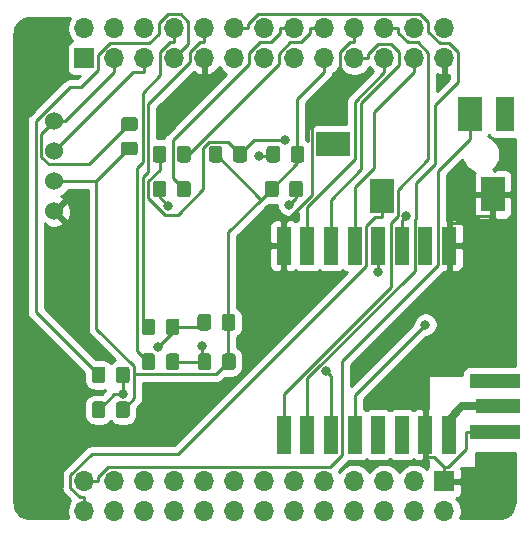
<source format=gbr>
G04 #@! TF.GenerationSoftware,KiCad,Pcbnew,(5.1.5)-3*
G04 #@! TF.CreationDate,2020-02-26T18:40:07+01:00*
G04 #@! TF.ProjectId,minirpi2,6d696e69-7270-4693-922e-6b696361645f,rev?*
G04 #@! TF.SameCoordinates,Original*
G04 #@! TF.FileFunction,Copper,L2,Bot*
G04 #@! TF.FilePolarity,Positive*
%FSLAX46Y46*%
G04 Gerber Fmt 4.6, Leading zero omitted, Abs format (unit mm)*
G04 Created by KiCad (PCBNEW (5.1.5)-3) date 2020-02-26 18:40:07*
%MOMM*%
%LPD*%
G04 APERTURE LIST*
%ADD10O,1.700000X1.700000*%
%ADD11R,1.700000X1.700000*%
%ADD12C,0.100000*%
%ADD13R,1.200000X3.200000*%
%ADD14R,3.683000X1.270000*%
%ADD15R,4.191000X1.270000*%
%ADD16C,1.524000*%
%ADD17R,1.500000X3.000000*%
%ADD18R,2.000000X3.000000*%
%ADD19R,3.000000X2.000000*%
%ADD20C,0.800000*%
%ADD21C,0.250000*%
%ADD22C,0.700000*%
%ADD23C,0.254000*%
G04 APERTURE END LIST*
D10*
X185420000Y-80010000D03*
X185420000Y-77470000D03*
X187960000Y-80010000D03*
X187960000Y-77470000D03*
X190500000Y-80010000D03*
X190500000Y-77470000D03*
X193040000Y-80010000D03*
X193040000Y-77470000D03*
X195580000Y-80010000D03*
X195580000Y-77470000D03*
X198120000Y-80010000D03*
X198120000Y-77470000D03*
X200660000Y-80010000D03*
X200660000Y-77470000D03*
X203200000Y-80010000D03*
X203200000Y-77470000D03*
X205740000Y-80010000D03*
X205740000Y-77470000D03*
X208280000Y-80010000D03*
X208280000Y-77470000D03*
X210820000Y-80010000D03*
X210820000Y-77470000D03*
X213360000Y-80010000D03*
X213360000Y-77470000D03*
X215900000Y-80010000D03*
D11*
X215900000Y-77470000D03*
G04 #@! TA.AperFunction,SMDPad,CuDef*
D12*
G36*
X192135505Y-52035204D02*
G01*
X192159773Y-52038804D01*
X192183572Y-52044765D01*
X192206671Y-52053030D01*
X192228850Y-52063520D01*
X192249893Y-52076132D01*
X192269599Y-52090747D01*
X192287777Y-52107223D01*
X192304253Y-52125401D01*
X192318868Y-52145107D01*
X192331480Y-52166150D01*
X192341970Y-52188329D01*
X192350235Y-52211428D01*
X192356196Y-52235227D01*
X192359796Y-52259495D01*
X192361000Y-52283999D01*
X192361000Y-53184001D01*
X192359796Y-53208505D01*
X192356196Y-53232773D01*
X192350235Y-53256572D01*
X192341970Y-53279671D01*
X192331480Y-53301850D01*
X192318868Y-53322893D01*
X192304253Y-53342599D01*
X192287777Y-53360777D01*
X192269599Y-53377253D01*
X192249893Y-53391868D01*
X192228850Y-53404480D01*
X192206671Y-53414970D01*
X192183572Y-53423235D01*
X192159773Y-53429196D01*
X192135505Y-53432796D01*
X192111001Y-53434000D01*
X191460999Y-53434000D01*
X191436495Y-53432796D01*
X191412227Y-53429196D01*
X191388428Y-53423235D01*
X191365329Y-53414970D01*
X191343150Y-53404480D01*
X191322107Y-53391868D01*
X191302401Y-53377253D01*
X191284223Y-53360777D01*
X191267747Y-53342599D01*
X191253132Y-53322893D01*
X191240520Y-53301850D01*
X191230030Y-53279671D01*
X191221765Y-53256572D01*
X191215804Y-53232773D01*
X191212204Y-53208505D01*
X191211000Y-53184001D01*
X191211000Y-52283999D01*
X191212204Y-52259495D01*
X191215804Y-52235227D01*
X191221765Y-52211428D01*
X191230030Y-52188329D01*
X191240520Y-52166150D01*
X191253132Y-52145107D01*
X191267747Y-52125401D01*
X191284223Y-52107223D01*
X191302401Y-52090747D01*
X191322107Y-52076132D01*
X191343150Y-52063520D01*
X191365329Y-52053030D01*
X191388428Y-52044765D01*
X191412227Y-52038804D01*
X191436495Y-52035204D01*
X191460999Y-52034000D01*
X192111001Y-52034000D01*
X192135505Y-52035204D01*
G37*
G04 #@! TD.AperFunction*
G04 #@! TA.AperFunction,SMDPad,CuDef*
G36*
X194185505Y-52035204D02*
G01*
X194209773Y-52038804D01*
X194233572Y-52044765D01*
X194256671Y-52053030D01*
X194278850Y-52063520D01*
X194299893Y-52076132D01*
X194319599Y-52090747D01*
X194337777Y-52107223D01*
X194354253Y-52125401D01*
X194368868Y-52145107D01*
X194381480Y-52166150D01*
X194391970Y-52188329D01*
X194400235Y-52211428D01*
X194406196Y-52235227D01*
X194409796Y-52259495D01*
X194411000Y-52283999D01*
X194411000Y-53184001D01*
X194409796Y-53208505D01*
X194406196Y-53232773D01*
X194400235Y-53256572D01*
X194391970Y-53279671D01*
X194381480Y-53301850D01*
X194368868Y-53322893D01*
X194354253Y-53342599D01*
X194337777Y-53360777D01*
X194319599Y-53377253D01*
X194299893Y-53391868D01*
X194278850Y-53404480D01*
X194256671Y-53414970D01*
X194233572Y-53423235D01*
X194209773Y-53429196D01*
X194185505Y-53432796D01*
X194161001Y-53434000D01*
X193510999Y-53434000D01*
X193486495Y-53432796D01*
X193462227Y-53429196D01*
X193438428Y-53423235D01*
X193415329Y-53414970D01*
X193393150Y-53404480D01*
X193372107Y-53391868D01*
X193352401Y-53377253D01*
X193334223Y-53360777D01*
X193317747Y-53342599D01*
X193303132Y-53322893D01*
X193290520Y-53301850D01*
X193280030Y-53279671D01*
X193271765Y-53256572D01*
X193265804Y-53232773D01*
X193262204Y-53208505D01*
X193261000Y-53184001D01*
X193261000Y-52283999D01*
X193262204Y-52259495D01*
X193265804Y-52235227D01*
X193271765Y-52211428D01*
X193280030Y-52188329D01*
X193290520Y-52166150D01*
X193303132Y-52145107D01*
X193317747Y-52125401D01*
X193334223Y-52107223D01*
X193352401Y-52090747D01*
X193372107Y-52076132D01*
X193393150Y-52063520D01*
X193415329Y-52053030D01*
X193438428Y-52044765D01*
X193462227Y-52038804D01*
X193486495Y-52035204D01*
X193510999Y-52034000D01*
X194161001Y-52034000D01*
X194185505Y-52035204D01*
G37*
G04 #@! TD.AperFunction*
G04 #@! TA.AperFunction,SMDPad,CuDef*
G36*
X192135505Y-49085204D02*
G01*
X192159773Y-49088804D01*
X192183572Y-49094765D01*
X192206671Y-49103030D01*
X192228850Y-49113520D01*
X192249893Y-49126132D01*
X192269599Y-49140747D01*
X192287777Y-49157223D01*
X192304253Y-49175401D01*
X192318868Y-49195107D01*
X192331480Y-49216150D01*
X192341970Y-49238329D01*
X192350235Y-49261428D01*
X192356196Y-49285227D01*
X192359796Y-49309495D01*
X192361000Y-49333999D01*
X192361000Y-50234001D01*
X192359796Y-50258505D01*
X192356196Y-50282773D01*
X192350235Y-50306572D01*
X192341970Y-50329671D01*
X192331480Y-50351850D01*
X192318868Y-50372893D01*
X192304253Y-50392599D01*
X192287777Y-50410777D01*
X192269599Y-50427253D01*
X192249893Y-50441868D01*
X192228850Y-50454480D01*
X192206671Y-50464970D01*
X192183572Y-50473235D01*
X192159773Y-50479196D01*
X192135505Y-50482796D01*
X192111001Y-50484000D01*
X191460999Y-50484000D01*
X191436495Y-50482796D01*
X191412227Y-50479196D01*
X191388428Y-50473235D01*
X191365329Y-50464970D01*
X191343150Y-50454480D01*
X191322107Y-50441868D01*
X191302401Y-50427253D01*
X191284223Y-50410777D01*
X191267747Y-50392599D01*
X191253132Y-50372893D01*
X191240520Y-50351850D01*
X191230030Y-50329671D01*
X191221765Y-50306572D01*
X191215804Y-50282773D01*
X191212204Y-50258505D01*
X191211000Y-50234001D01*
X191211000Y-49333999D01*
X191212204Y-49309495D01*
X191215804Y-49285227D01*
X191221765Y-49261428D01*
X191230030Y-49238329D01*
X191240520Y-49216150D01*
X191253132Y-49195107D01*
X191267747Y-49175401D01*
X191284223Y-49157223D01*
X191302401Y-49140747D01*
X191322107Y-49126132D01*
X191343150Y-49113520D01*
X191365329Y-49103030D01*
X191388428Y-49094765D01*
X191412227Y-49088804D01*
X191436495Y-49085204D01*
X191460999Y-49084000D01*
X192111001Y-49084000D01*
X192135505Y-49085204D01*
G37*
G04 #@! TD.AperFunction*
G04 #@! TA.AperFunction,SMDPad,CuDef*
G36*
X194185505Y-49085204D02*
G01*
X194209773Y-49088804D01*
X194233572Y-49094765D01*
X194256671Y-49103030D01*
X194278850Y-49113520D01*
X194299893Y-49126132D01*
X194319599Y-49140747D01*
X194337777Y-49157223D01*
X194354253Y-49175401D01*
X194368868Y-49195107D01*
X194381480Y-49216150D01*
X194391970Y-49238329D01*
X194400235Y-49261428D01*
X194406196Y-49285227D01*
X194409796Y-49309495D01*
X194411000Y-49333999D01*
X194411000Y-50234001D01*
X194409796Y-50258505D01*
X194406196Y-50282773D01*
X194400235Y-50306572D01*
X194391970Y-50329671D01*
X194381480Y-50351850D01*
X194368868Y-50372893D01*
X194354253Y-50392599D01*
X194337777Y-50410777D01*
X194319599Y-50427253D01*
X194299893Y-50441868D01*
X194278850Y-50454480D01*
X194256671Y-50464970D01*
X194233572Y-50473235D01*
X194209773Y-50479196D01*
X194185505Y-50482796D01*
X194161001Y-50484000D01*
X193510999Y-50484000D01*
X193486495Y-50482796D01*
X193462227Y-50479196D01*
X193438428Y-50473235D01*
X193415329Y-50464970D01*
X193393150Y-50454480D01*
X193372107Y-50441868D01*
X193352401Y-50427253D01*
X193334223Y-50410777D01*
X193317747Y-50392599D01*
X193303132Y-50372893D01*
X193290520Y-50351850D01*
X193280030Y-50329671D01*
X193271765Y-50306572D01*
X193265804Y-50282773D01*
X193262204Y-50258505D01*
X193261000Y-50234001D01*
X193261000Y-49333999D01*
X193262204Y-49309495D01*
X193265804Y-49285227D01*
X193271765Y-49261428D01*
X193280030Y-49238329D01*
X193290520Y-49216150D01*
X193303132Y-49195107D01*
X193317747Y-49175401D01*
X193334223Y-49157223D01*
X193352401Y-49140747D01*
X193372107Y-49126132D01*
X193393150Y-49113520D01*
X193415329Y-49103030D01*
X193438428Y-49094765D01*
X193462227Y-49088804D01*
X193486495Y-49085204D01*
X193510999Y-49084000D01*
X194161001Y-49084000D01*
X194185505Y-49085204D01*
G37*
G04 #@! TD.AperFunction*
G04 #@! TA.AperFunction,SMDPad,CuDef*
G36*
X201635505Y-52035204D02*
G01*
X201659773Y-52038804D01*
X201683572Y-52044765D01*
X201706671Y-52053030D01*
X201728850Y-52063520D01*
X201749893Y-52076132D01*
X201769599Y-52090747D01*
X201787777Y-52107223D01*
X201804253Y-52125401D01*
X201818868Y-52145107D01*
X201831480Y-52166150D01*
X201841970Y-52188329D01*
X201850235Y-52211428D01*
X201856196Y-52235227D01*
X201859796Y-52259495D01*
X201861000Y-52283999D01*
X201861000Y-53184001D01*
X201859796Y-53208505D01*
X201856196Y-53232773D01*
X201850235Y-53256572D01*
X201841970Y-53279671D01*
X201831480Y-53301850D01*
X201818868Y-53322893D01*
X201804253Y-53342599D01*
X201787777Y-53360777D01*
X201769599Y-53377253D01*
X201749893Y-53391868D01*
X201728850Y-53404480D01*
X201706671Y-53414970D01*
X201683572Y-53423235D01*
X201659773Y-53429196D01*
X201635505Y-53432796D01*
X201611001Y-53434000D01*
X200960999Y-53434000D01*
X200936495Y-53432796D01*
X200912227Y-53429196D01*
X200888428Y-53423235D01*
X200865329Y-53414970D01*
X200843150Y-53404480D01*
X200822107Y-53391868D01*
X200802401Y-53377253D01*
X200784223Y-53360777D01*
X200767747Y-53342599D01*
X200753132Y-53322893D01*
X200740520Y-53301850D01*
X200730030Y-53279671D01*
X200721765Y-53256572D01*
X200715804Y-53232773D01*
X200712204Y-53208505D01*
X200711000Y-53184001D01*
X200711000Y-52283999D01*
X200712204Y-52259495D01*
X200715804Y-52235227D01*
X200721765Y-52211428D01*
X200730030Y-52188329D01*
X200740520Y-52166150D01*
X200753132Y-52145107D01*
X200767747Y-52125401D01*
X200784223Y-52107223D01*
X200802401Y-52090747D01*
X200822107Y-52076132D01*
X200843150Y-52063520D01*
X200865329Y-52053030D01*
X200888428Y-52044765D01*
X200912227Y-52038804D01*
X200936495Y-52035204D01*
X200960999Y-52034000D01*
X201611001Y-52034000D01*
X201635505Y-52035204D01*
G37*
G04 #@! TD.AperFunction*
G04 #@! TA.AperFunction,SMDPad,CuDef*
G36*
X203685505Y-52035204D02*
G01*
X203709773Y-52038804D01*
X203733572Y-52044765D01*
X203756671Y-52053030D01*
X203778850Y-52063520D01*
X203799893Y-52076132D01*
X203819599Y-52090747D01*
X203837777Y-52107223D01*
X203854253Y-52125401D01*
X203868868Y-52145107D01*
X203881480Y-52166150D01*
X203891970Y-52188329D01*
X203900235Y-52211428D01*
X203906196Y-52235227D01*
X203909796Y-52259495D01*
X203911000Y-52283999D01*
X203911000Y-53184001D01*
X203909796Y-53208505D01*
X203906196Y-53232773D01*
X203900235Y-53256572D01*
X203891970Y-53279671D01*
X203881480Y-53301850D01*
X203868868Y-53322893D01*
X203854253Y-53342599D01*
X203837777Y-53360777D01*
X203819599Y-53377253D01*
X203799893Y-53391868D01*
X203778850Y-53404480D01*
X203756671Y-53414970D01*
X203733572Y-53423235D01*
X203709773Y-53429196D01*
X203685505Y-53432796D01*
X203661001Y-53434000D01*
X203010999Y-53434000D01*
X202986495Y-53432796D01*
X202962227Y-53429196D01*
X202938428Y-53423235D01*
X202915329Y-53414970D01*
X202893150Y-53404480D01*
X202872107Y-53391868D01*
X202852401Y-53377253D01*
X202834223Y-53360777D01*
X202817747Y-53342599D01*
X202803132Y-53322893D01*
X202790520Y-53301850D01*
X202780030Y-53279671D01*
X202771765Y-53256572D01*
X202765804Y-53232773D01*
X202762204Y-53208505D01*
X202761000Y-53184001D01*
X202761000Y-52283999D01*
X202762204Y-52259495D01*
X202765804Y-52235227D01*
X202771765Y-52211428D01*
X202780030Y-52188329D01*
X202790520Y-52166150D01*
X202803132Y-52145107D01*
X202817747Y-52125401D01*
X202834223Y-52107223D01*
X202852401Y-52090747D01*
X202872107Y-52076132D01*
X202893150Y-52063520D01*
X202915329Y-52053030D01*
X202938428Y-52044765D01*
X202962227Y-52038804D01*
X202986495Y-52035204D01*
X203010999Y-52034000D01*
X203661001Y-52034000D01*
X203685505Y-52035204D01*
G37*
G04 #@! TD.AperFunction*
G04 #@! TA.AperFunction,SMDPad,CuDef*
G36*
X196885505Y-49085204D02*
G01*
X196909773Y-49088804D01*
X196933572Y-49094765D01*
X196956671Y-49103030D01*
X196978850Y-49113520D01*
X196999893Y-49126132D01*
X197019599Y-49140747D01*
X197037777Y-49157223D01*
X197054253Y-49175401D01*
X197068868Y-49195107D01*
X197081480Y-49216150D01*
X197091970Y-49238329D01*
X197100235Y-49261428D01*
X197106196Y-49285227D01*
X197109796Y-49309495D01*
X197111000Y-49333999D01*
X197111000Y-50234001D01*
X197109796Y-50258505D01*
X197106196Y-50282773D01*
X197100235Y-50306572D01*
X197091970Y-50329671D01*
X197081480Y-50351850D01*
X197068868Y-50372893D01*
X197054253Y-50392599D01*
X197037777Y-50410777D01*
X197019599Y-50427253D01*
X196999893Y-50441868D01*
X196978850Y-50454480D01*
X196956671Y-50464970D01*
X196933572Y-50473235D01*
X196909773Y-50479196D01*
X196885505Y-50482796D01*
X196861001Y-50484000D01*
X196210999Y-50484000D01*
X196186495Y-50482796D01*
X196162227Y-50479196D01*
X196138428Y-50473235D01*
X196115329Y-50464970D01*
X196093150Y-50454480D01*
X196072107Y-50441868D01*
X196052401Y-50427253D01*
X196034223Y-50410777D01*
X196017747Y-50392599D01*
X196003132Y-50372893D01*
X195990520Y-50351850D01*
X195980030Y-50329671D01*
X195971765Y-50306572D01*
X195965804Y-50282773D01*
X195962204Y-50258505D01*
X195961000Y-50234001D01*
X195961000Y-49333999D01*
X195962204Y-49309495D01*
X195965804Y-49285227D01*
X195971765Y-49261428D01*
X195980030Y-49238329D01*
X195990520Y-49216150D01*
X196003132Y-49195107D01*
X196017747Y-49175401D01*
X196034223Y-49157223D01*
X196052401Y-49140747D01*
X196072107Y-49126132D01*
X196093150Y-49113520D01*
X196115329Y-49103030D01*
X196138428Y-49094765D01*
X196162227Y-49088804D01*
X196186495Y-49085204D01*
X196210999Y-49084000D01*
X196861001Y-49084000D01*
X196885505Y-49085204D01*
G37*
G04 #@! TD.AperFunction*
G04 #@! TA.AperFunction,SMDPad,CuDef*
G36*
X198935505Y-49085204D02*
G01*
X198959773Y-49088804D01*
X198983572Y-49094765D01*
X199006671Y-49103030D01*
X199028850Y-49113520D01*
X199049893Y-49126132D01*
X199069599Y-49140747D01*
X199087777Y-49157223D01*
X199104253Y-49175401D01*
X199118868Y-49195107D01*
X199131480Y-49216150D01*
X199141970Y-49238329D01*
X199150235Y-49261428D01*
X199156196Y-49285227D01*
X199159796Y-49309495D01*
X199161000Y-49333999D01*
X199161000Y-50234001D01*
X199159796Y-50258505D01*
X199156196Y-50282773D01*
X199150235Y-50306572D01*
X199141970Y-50329671D01*
X199131480Y-50351850D01*
X199118868Y-50372893D01*
X199104253Y-50392599D01*
X199087777Y-50410777D01*
X199069599Y-50427253D01*
X199049893Y-50441868D01*
X199028850Y-50454480D01*
X199006671Y-50464970D01*
X198983572Y-50473235D01*
X198959773Y-50479196D01*
X198935505Y-50482796D01*
X198911001Y-50484000D01*
X198260999Y-50484000D01*
X198236495Y-50482796D01*
X198212227Y-50479196D01*
X198188428Y-50473235D01*
X198165329Y-50464970D01*
X198143150Y-50454480D01*
X198122107Y-50441868D01*
X198102401Y-50427253D01*
X198084223Y-50410777D01*
X198067747Y-50392599D01*
X198053132Y-50372893D01*
X198040520Y-50351850D01*
X198030030Y-50329671D01*
X198021765Y-50306572D01*
X198015804Y-50282773D01*
X198012204Y-50258505D01*
X198011000Y-50234001D01*
X198011000Y-49333999D01*
X198012204Y-49309495D01*
X198015804Y-49285227D01*
X198021765Y-49261428D01*
X198030030Y-49238329D01*
X198040520Y-49216150D01*
X198053132Y-49195107D01*
X198067747Y-49175401D01*
X198084223Y-49157223D01*
X198102401Y-49140747D01*
X198122107Y-49126132D01*
X198143150Y-49113520D01*
X198165329Y-49103030D01*
X198188428Y-49094765D01*
X198212227Y-49088804D01*
X198236495Y-49085204D01*
X198260999Y-49084000D01*
X198911001Y-49084000D01*
X198935505Y-49085204D01*
G37*
G04 #@! TD.AperFunction*
D13*
X202296000Y-73532000D03*
X204296000Y-73532000D03*
X206296000Y-73532000D03*
X208296000Y-73532000D03*
X210296000Y-73532000D03*
X212296000Y-73532000D03*
X214296000Y-73532000D03*
X216296000Y-73532000D03*
X216296000Y-57532000D03*
X214296000Y-57532000D03*
X212296000Y-57532000D03*
X210296000Y-57532000D03*
X208296000Y-57532000D03*
X206296000Y-57532000D03*
X204296000Y-57532000D03*
X202296000Y-57532000D03*
D14*
X220408500Y-71120000D03*
D15*
X220154500Y-73266300D03*
X220154500Y-68973700D03*
G04 #@! TA.AperFunction,SMDPad,CuDef*
D12*
G36*
X189704505Y-48711204D02*
G01*
X189728773Y-48714804D01*
X189752572Y-48720765D01*
X189775671Y-48729030D01*
X189797850Y-48739520D01*
X189818893Y-48752132D01*
X189838599Y-48766747D01*
X189856777Y-48783223D01*
X189873253Y-48801401D01*
X189887868Y-48821107D01*
X189900480Y-48842150D01*
X189910970Y-48864329D01*
X189919235Y-48887428D01*
X189925196Y-48911227D01*
X189928796Y-48935495D01*
X189930000Y-48959999D01*
X189930000Y-49610001D01*
X189928796Y-49634505D01*
X189925196Y-49658773D01*
X189919235Y-49682572D01*
X189910970Y-49705671D01*
X189900480Y-49727850D01*
X189887868Y-49748893D01*
X189873253Y-49768599D01*
X189856777Y-49786777D01*
X189838599Y-49803253D01*
X189818893Y-49817868D01*
X189797850Y-49830480D01*
X189775671Y-49840970D01*
X189752572Y-49849235D01*
X189728773Y-49855196D01*
X189704505Y-49858796D01*
X189680001Y-49860000D01*
X188779999Y-49860000D01*
X188755495Y-49858796D01*
X188731227Y-49855196D01*
X188707428Y-49849235D01*
X188684329Y-49840970D01*
X188662150Y-49830480D01*
X188641107Y-49817868D01*
X188621401Y-49803253D01*
X188603223Y-49786777D01*
X188586747Y-49768599D01*
X188572132Y-49748893D01*
X188559520Y-49727850D01*
X188549030Y-49705671D01*
X188540765Y-49682572D01*
X188534804Y-49658773D01*
X188531204Y-49634505D01*
X188530000Y-49610001D01*
X188530000Y-48959999D01*
X188531204Y-48935495D01*
X188534804Y-48911227D01*
X188540765Y-48887428D01*
X188549030Y-48864329D01*
X188559520Y-48842150D01*
X188572132Y-48821107D01*
X188586747Y-48801401D01*
X188603223Y-48783223D01*
X188621401Y-48766747D01*
X188641107Y-48752132D01*
X188662150Y-48739520D01*
X188684329Y-48729030D01*
X188707428Y-48720765D01*
X188731227Y-48714804D01*
X188755495Y-48711204D01*
X188779999Y-48710000D01*
X189680001Y-48710000D01*
X189704505Y-48711204D01*
G37*
G04 #@! TD.AperFunction*
G04 #@! TA.AperFunction,SMDPad,CuDef*
G36*
X189704505Y-46661204D02*
G01*
X189728773Y-46664804D01*
X189752572Y-46670765D01*
X189775671Y-46679030D01*
X189797850Y-46689520D01*
X189818893Y-46702132D01*
X189838599Y-46716747D01*
X189856777Y-46733223D01*
X189873253Y-46751401D01*
X189887868Y-46771107D01*
X189900480Y-46792150D01*
X189910970Y-46814329D01*
X189919235Y-46837428D01*
X189925196Y-46861227D01*
X189928796Y-46885495D01*
X189930000Y-46909999D01*
X189930000Y-47560001D01*
X189928796Y-47584505D01*
X189925196Y-47608773D01*
X189919235Y-47632572D01*
X189910970Y-47655671D01*
X189900480Y-47677850D01*
X189887868Y-47698893D01*
X189873253Y-47718599D01*
X189856777Y-47736777D01*
X189838599Y-47753253D01*
X189818893Y-47767868D01*
X189797850Y-47780480D01*
X189775671Y-47790970D01*
X189752572Y-47799235D01*
X189728773Y-47805196D01*
X189704505Y-47808796D01*
X189680001Y-47810000D01*
X188779999Y-47810000D01*
X188755495Y-47808796D01*
X188731227Y-47805196D01*
X188707428Y-47799235D01*
X188684329Y-47790970D01*
X188662150Y-47780480D01*
X188641107Y-47767868D01*
X188621401Y-47753253D01*
X188603223Y-47736777D01*
X188586747Y-47718599D01*
X188572132Y-47698893D01*
X188559520Y-47677850D01*
X188549030Y-47655671D01*
X188540765Y-47632572D01*
X188534804Y-47608773D01*
X188531204Y-47584505D01*
X188530000Y-47560001D01*
X188530000Y-46909999D01*
X188531204Y-46885495D01*
X188534804Y-46861227D01*
X188540765Y-46837428D01*
X188549030Y-46814329D01*
X188559520Y-46792150D01*
X188572132Y-46771107D01*
X188586747Y-46751401D01*
X188603223Y-46733223D01*
X188621401Y-46716747D01*
X188641107Y-46702132D01*
X188662150Y-46689520D01*
X188684329Y-46679030D01*
X188707428Y-46670765D01*
X188731227Y-46664804D01*
X188755495Y-46661204D01*
X188779999Y-46660000D01*
X189680001Y-46660000D01*
X189704505Y-46661204D01*
G37*
G04 #@! TD.AperFunction*
D11*
X185420000Y-41656000D03*
D10*
X185420000Y-39116000D03*
X187960000Y-41656000D03*
X187960000Y-39116000D03*
X190500000Y-41656000D03*
X190500000Y-39116000D03*
X193040000Y-41656000D03*
X193040000Y-39116000D03*
X195580000Y-41656000D03*
X195580000Y-39116000D03*
X198120000Y-41656000D03*
X198120000Y-39116000D03*
X200660000Y-41656000D03*
X200660000Y-39116000D03*
X203200000Y-41656000D03*
X203200000Y-39116000D03*
X205740000Y-41656000D03*
X205740000Y-39116000D03*
X208280000Y-41656000D03*
X208280000Y-39116000D03*
X210820000Y-41656000D03*
X210820000Y-39116000D03*
X213360000Y-41656000D03*
X213360000Y-39116000D03*
X215900000Y-41656000D03*
X215900000Y-39116000D03*
D16*
X182880000Y-54610000D03*
X182880000Y-52070000D03*
X182880000Y-49530000D03*
X182880000Y-46990000D03*
G04 #@! TA.AperFunction,SMDPad,CuDef*
D12*
G36*
X203812505Y-49085204D02*
G01*
X203836773Y-49088804D01*
X203860572Y-49094765D01*
X203883671Y-49103030D01*
X203905850Y-49113520D01*
X203926893Y-49126132D01*
X203946599Y-49140747D01*
X203964777Y-49157223D01*
X203981253Y-49175401D01*
X203995868Y-49195107D01*
X204008480Y-49216150D01*
X204018970Y-49238329D01*
X204027235Y-49261428D01*
X204033196Y-49285227D01*
X204036796Y-49309495D01*
X204038000Y-49333999D01*
X204038000Y-50234001D01*
X204036796Y-50258505D01*
X204033196Y-50282773D01*
X204027235Y-50306572D01*
X204018970Y-50329671D01*
X204008480Y-50351850D01*
X203995868Y-50372893D01*
X203981253Y-50392599D01*
X203964777Y-50410777D01*
X203946599Y-50427253D01*
X203926893Y-50441868D01*
X203905850Y-50454480D01*
X203883671Y-50464970D01*
X203860572Y-50473235D01*
X203836773Y-50479196D01*
X203812505Y-50482796D01*
X203788001Y-50484000D01*
X203137999Y-50484000D01*
X203113495Y-50482796D01*
X203089227Y-50479196D01*
X203065428Y-50473235D01*
X203042329Y-50464970D01*
X203020150Y-50454480D01*
X202999107Y-50441868D01*
X202979401Y-50427253D01*
X202961223Y-50410777D01*
X202944747Y-50392599D01*
X202930132Y-50372893D01*
X202917520Y-50351850D01*
X202907030Y-50329671D01*
X202898765Y-50306572D01*
X202892804Y-50282773D01*
X202889204Y-50258505D01*
X202888000Y-50234001D01*
X202888000Y-49333999D01*
X202889204Y-49309495D01*
X202892804Y-49285227D01*
X202898765Y-49261428D01*
X202907030Y-49238329D01*
X202917520Y-49216150D01*
X202930132Y-49195107D01*
X202944747Y-49175401D01*
X202961223Y-49157223D01*
X202979401Y-49140747D01*
X202999107Y-49126132D01*
X203020150Y-49113520D01*
X203042329Y-49103030D01*
X203065428Y-49094765D01*
X203089227Y-49088804D01*
X203113495Y-49085204D01*
X203137999Y-49084000D01*
X203788001Y-49084000D01*
X203812505Y-49085204D01*
G37*
G04 #@! TD.AperFunction*
G04 #@! TA.AperFunction,SMDPad,CuDef*
G36*
X201762505Y-49085204D02*
G01*
X201786773Y-49088804D01*
X201810572Y-49094765D01*
X201833671Y-49103030D01*
X201855850Y-49113520D01*
X201876893Y-49126132D01*
X201896599Y-49140747D01*
X201914777Y-49157223D01*
X201931253Y-49175401D01*
X201945868Y-49195107D01*
X201958480Y-49216150D01*
X201968970Y-49238329D01*
X201977235Y-49261428D01*
X201983196Y-49285227D01*
X201986796Y-49309495D01*
X201988000Y-49333999D01*
X201988000Y-50234001D01*
X201986796Y-50258505D01*
X201983196Y-50282773D01*
X201977235Y-50306572D01*
X201968970Y-50329671D01*
X201958480Y-50351850D01*
X201945868Y-50372893D01*
X201931253Y-50392599D01*
X201914777Y-50410777D01*
X201896599Y-50427253D01*
X201876893Y-50441868D01*
X201855850Y-50454480D01*
X201833671Y-50464970D01*
X201810572Y-50473235D01*
X201786773Y-50479196D01*
X201762505Y-50482796D01*
X201738001Y-50484000D01*
X201087999Y-50484000D01*
X201063495Y-50482796D01*
X201039227Y-50479196D01*
X201015428Y-50473235D01*
X200992329Y-50464970D01*
X200970150Y-50454480D01*
X200949107Y-50441868D01*
X200929401Y-50427253D01*
X200911223Y-50410777D01*
X200894747Y-50392599D01*
X200880132Y-50372893D01*
X200867520Y-50351850D01*
X200857030Y-50329671D01*
X200848765Y-50306572D01*
X200842804Y-50282773D01*
X200839204Y-50258505D01*
X200838000Y-50234001D01*
X200838000Y-49333999D01*
X200839204Y-49309495D01*
X200842804Y-49285227D01*
X200848765Y-49261428D01*
X200857030Y-49238329D01*
X200867520Y-49216150D01*
X200880132Y-49195107D01*
X200894747Y-49175401D01*
X200911223Y-49157223D01*
X200929401Y-49140747D01*
X200949107Y-49126132D01*
X200970150Y-49113520D01*
X200992329Y-49103030D01*
X201015428Y-49094765D01*
X201039227Y-49088804D01*
X201063495Y-49085204D01*
X201087999Y-49084000D01*
X201738001Y-49084000D01*
X201762505Y-49085204D01*
G37*
G04 #@! TD.AperFunction*
D17*
X221004000Y-46384000D03*
D18*
X218104000Y-46384000D03*
X220004000Y-53184000D03*
X210604000Y-53284000D03*
D19*
X206504000Y-48884000D03*
G04 #@! TA.AperFunction,SMDPad,CuDef*
D12*
G36*
X191191505Y-66652204D02*
G01*
X191215773Y-66655804D01*
X191239572Y-66661765D01*
X191262671Y-66670030D01*
X191284850Y-66680520D01*
X191305893Y-66693132D01*
X191325599Y-66707747D01*
X191343777Y-66724223D01*
X191360253Y-66742401D01*
X191374868Y-66762107D01*
X191387480Y-66783150D01*
X191397970Y-66805329D01*
X191406235Y-66828428D01*
X191412196Y-66852227D01*
X191415796Y-66876495D01*
X191417000Y-66900999D01*
X191417000Y-67801001D01*
X191415796Y-67825505D01*
X191412196Y-67849773D01*
X191406235Y-67873572D01*
X191397970Y-67896671D01*
X191387480Y-67918850D01*
X191374868Y-67939893D01*
X191360253Y-67959599D01*
X191343777Y-67977777D01*
X191325599Y-67994253D01*
X191305893Y-68008868D01*
X191284850Y-68021480D01*
X191262671Y-68031970D01*
X191239572Y-68040235D01*
X191215773Y-68046196D01*
X191191505Y-68049796D01*
X191167001Y-68051000D01*
X190516999Y-68051000D01*
X190492495Y-68049796D01*
X190468227Y-68046196D01*
X190444428Y-68040235D01*
X190421329Y-68031970D01*
X190399150Y-68021480D01*
X190378107Y-68008868D01*
X190358401Y-67994253D01*
X190340223Y-67977777D01*
X190323747Y-67959599D01*
X190309132Y-67939893D01*
X190296520Y-67918850D01*
X190286030Y-67896671D01*
X190277765Y-67873572D01*
X190271804Y-67849773D01*
X190268204Y-67825505D01*
X190267000Y-67801001D01*
X190267000Y-66900999D01*
X190268204Y-66876495D01*
X190271804Y-66852227D01*
X190277765Y-66828428D01*
X190286030Y-66805329D01*
X190296520Y-66783150D01*
X190309132Y-66762107D01*
X190323747Y-66742401D01*
X190340223Y-66724223D01*
X190358401Y-66707747D01*
X190378107Y-66693132D01*
X190399150Y-66680520D01*
X190421329Y-66670030D01*
X190444428Y-66661765D01*
X190468227Y-66655804D01*
X190492495Y-66652204D01*
X190516999Y-66651000D01*
X191167001Y-66651000D01*
X191191505Y-66652204D01*
G37*
G04 #@! TD.AperFunction*
G04 #@! TA.AperFunction,SMDPad,CuDef*
G36*
X193241505Y-66652204D02*
G01*
X193265773Y-66655804D01*
X193289572Y-66661765D01*
X193312671Y-66670030D01*
X193334850Y-66680520D01*
X193355893Y-66693132D01*
X193375599Y-66707747D01*
X193393777Y-66724223D01*
X193410253Y-66742401D01*
X193424868Y-66762107D01*
X193437480Y-66783150D01*
X193447970Y-66805329D01*
X193456235Y-66828428D01*
X193462196Y-66852227D01*
X193465796Y-66876495D01*
X193467000Y-66900999D01*
X193467000Y-67801001D01*
X193465796Y-67825505D01*
X193462196Y-67849773D01*
X193456235Y-67873572D01*
X193447970Y-67896671D01*
X193437480Y-67918850D01*
X193424868Y-67939893D01*
X193410253Y-67959599D01*
X193393777Y-67977777D01*
X193375599Y-67994253D01*
X193355893Y-68008868D01*
X193334850Y-68021480D01*
X193312671Y-68031970D01*
X193289572Y-68040235D01*
X193265773Y-68046196D01*
X193241505Y-68049796D01*
X193217001Y-68051000D01*
X192566999Y-68051000D01*
X192542495Y-68049796D01*
X192518227Y-68046196D01*
X192494428Y-68040235D01*
X192471329Y-68031970D01*
X192449150Y-68021480D01*
X192428107Y-68008868D01*
X192408401Y-67994253D01*
X192390223Y-67977777D01*
X192373747Y-67959599D01*
X192359132Y-67939893D01*
X192346520Y-67918850D01*
X192336030Y-67896671D01*
X192327765Y-67873572D01*
X192321804Y-67849773D01*
X192318204Y-67825505D01*
X192317000Y-67801001D01*
X192317000Y-66900999D01*
X192318204Y-66876495D01*
X192321804Y-66852227D01*
X192327765Y-66828428D01*
X192336030Y-66805329D01*
X192346520Y-66783150D01*
X192359132Y-66762107D01*
X192373747Y-66742401D01*
X192390223Y-66724223D01*
X192408401Y-66707747D01*
X192428107Y-66693132D01*
X192449150Y-66680520D01*
X192471329Y-66670030D01*
X192494428Y-66661765D01*
X192518227Y-66655804D01*
X192542495Y-66652204D01*
X192566999Y-66651000D01*
X193217001Y-66651000D01*
X193241505Y-66652204D01*
G37*
G04 #@! TD.AperFunction*
G04 #@! TA.AperFunction,SMDPad,CuDef*
G36*
X191191505Y-63702204D02*
G01*
X191215773Y-63705804D01*
X191239572Y-63711765D01*
X191262671Y-63720030D01*
X191284850Y-63730520D01*
X191305893Y-63743132D01*
X191325599Y-63757747D01*
X191343777Y-63774223D01*
X191360253Y-63792401D01*
X191374868Y-63812107D01*
X191387480Y-63833150D01*
X191397970Y-63855329D01*
X191406235Y-63878428D01*
X191412196Y-63902227D01*
X191415796Y-63926495D01*
X191417000Y-63950999D01*
X191417000Y-64851001D01*
X191415796Y-64875505D01*
X191412196Y-64899773D01*
X191406235Y-64923572D01*
X191397970Y-64946671D01*
X191387480Y-64968850D01*
X191374868Y-64989893D01*
X191360253Y-65009599D01*
X191343777Y-65027777D01*
X191325599Y-65044253D01*
X191305893Y-65058868D01*
X191284850Y-65071480D01*
X191262671Y-65081970D01*
X191239572Y-65090235D01*
X191215773Y-65096196D01*
X191191505Y-65099796D01*
X191167001Y-65101000D01*
X190516999Y-65101000D01*
X190492495Y-65099796D01*
X190468227Y-65096196D01*
X190444428Y-65090235D01*
X190421329Y-65081970D01*
X190399150Y-65071480D01*
X190378107Y-65058868D01*
X190358401Y-65044253D01*
X190340223Y-65027777D01*
X190323747Y-65009599D01*
X190309132Y-64989893D01*
X190296520Y-64968850D01*
X190286030Y-64946671D01*
X190277765Y-64923572D01*
X190271804Y-64899773D01*
X190268204Y-64875505D01*
X190267000Y-64851001D01*
X190267000Y-63950999D01*
X190268204Y-63926495D01*
X190271804Y-63902227D01*
X190277765Y-63878428D01*
X190286030Y-63855329D01*
X190296520Y-63833150D01*
X190309132Y-63812107D01*
X190323747Y-63792401D01*
X190340223Y-63774223D01*
X190358401Y-63757747D01*
X190378107Y-63743132D01*
X190399150Y-63730520D01*
X190421329Y-63720030D01*
X190444428Y-63711765D01*
X190468227Y-63705804D01*
X190492495Y-63702204D01*
X190516999Y-63701000D01*
X191167001Y-63701000D01*
X191191505Y-63702204D01*
G37*
G04 #@! TD.AperFunction*
G04 #@! TA.AperFunction,SMDPad,CuDef*
G36*
X193241505Y-63702204D02*
G01*
X193265773Y-63705804D01*
X193289572Y-63711765D01*
X193312671Y-63720030D01*
X193334850Y-63730520D01*
X193355893Y-63743132D01*
X193375599Y-63757747D01*
X193393777Y-63774223D01*
X193410253Y-63792401D01*
X193424868Y-63812107D01*
X193437480Y-63833150D01*
X193447970Y-63855329D01*
X193456235Y-63878428D01*
X193462196Y-63902227D01*
X193465796Y-63926495D01*
X193467000Y-63950999D01*
X193467000Y-64851001D01*
X193465796Y-64875505D01*
X193462196Y-64899773D01*
X193456235Y-64923572D01*
X193447970Y-64946671D01*
X193437480Y-64968850D01*
X193424868Y-64989893D01*
X193410253Y-65009599D01*
X193393777Y-65027777D01*
X193375599Y-65044253D01*
X193355893Y-65058868D01*
X193334850Y-65071480D01*
X193312671Y-65081970D01*
X193289572Y-65090235D01*
X193265773Y-65096196D01*
X193241505Y-65099796D01*
X193217001Y-65101000D01*
X192566999Y-65101000D01*
X192542495Y-65099796D01*
X192518227Y-65096196D01*
X192494428Y-65090235D01*
X192471329Y-65081970D01*
X192449150Y-65071480D01*
X192428107Y-65058868D01*
X192408401Y-65044253D01*
X192390223Y-65027777D01*
X192373747Y-65009599D01*
X192359132Y-64989893D01*
X192346520Y-64968850D01*
X192336030Y-64946671D01*
X192327765Y-64923572D01*
X192321804Y-64899773D01*
X192318204Y-64875505D01*
X192317000Y-64851001D01*
X192317000Y-63950999D01*
X192318204Y-63926495D01*
X192321804Y-63902227D01*
X192327765Y-63878428D01*
X192336030Y-63855329D01*
X192346520Y-63833150D01*
X192359132Y-63812107D01*
X192373747Y-63792401D01*
X192390223Y-63774223D01*
X192408401Y-63757747D01*
X192428107Y-63743132D01*
X192449150Y-63730520D01*
X192471329Y-63720030D01*
X192494428Y-63711765D01*
X192518227Y-63705804D01*
X192542495Y-63702204D01*
X192566999Y-63701000D01*
X193217001Y-63701000D01*
X193241505Y-63702204D01*
G37*
G04 #@! TD.AperFunction*
G04 #@! TA.AperFunction,SMDPad,CuDef*
G36*
X197991505Y-66652204D02*
G01*
X198015773Y-66655804D01*
X198039572Y-66661765D01*
X198062671Y-66670030D01*
X198084850Y-66680520D01*
X198105893Y-66693132D01*
X198125599Y-66707747D01*
X198143777Y-66724223D01*
X198160253Y-66742401D01*
X198174868Y-66762107D01*
X198187480Y-66783150D01*
X198197970Y-66805329D01*
X198206235Y-66828428D01*
X198212196Y-66852227D01*
X198215796Y-66876495D01*
X198217000Y-66900999D01*
X198217000Y-67801001D01*
X198215796Y-67825505D01*
X198212196Y-67849773D01*
X198206235Y-67873572D01*
X198197970Y-67896671D01*
X198187480Y-67918850D01*
X198174868Y-67939893D01*
X198160253Y-67959599D01*
X198143777Y-67977777D01*
X198125599Y-67994253D01*
X198105893Y-68008868D01*
X198084850Y-68021480D01*
X198062671Y-68031970D01*
X198039572Y-68040235D01*
X198015773Y-68046196D01*
X197991505Y-68049796D01*
X197967001Y-68051000D01*
X197316999Y-68051000D01*
X197292495Y-68049796D01*
X197268227Y-68046196D01*
X197244428Y-68040235D01*
X197221329Y-68031970D01*
X197199150Y-68021480D01*
X197178107Y-68008868D01*
X197158401Y-67994253D01*
X197140223Y-67977777D01*
X197123747Y-67959599D01*
X197109132Y-67939893D01*
X197096520Y-67918850D01*
X197086030Y-67896671D01*
X197077765Y-67873572D01*
X197071804Y-67849773D01*
X197068204Y-67825505D01*
X197067000Y-67801001D01*
X197067000Y-66900999D01*
X197068204Y-66876495D01*
X197071804Y-66852227D01*
X197077765Y-66828428D01*
X197086030Y-66805329D01*
X197096520Y-66783150D01*
X197109132Y-66762107D01*
X197123747Y-66742401D01*
X197140223Y-66724223D01*
X197158401Y-66707747D01*
X197178107Y-66693132D01*
X197199150Y-66680520D01*
X197221329Y-66670030D01*
X197244428Y-66661765D01*
X197268227Y-66655804D01*
X197292495Y-66652204D01*
X197316999Y-66651000D01*
X197967001Y-66651000D01*
X197991505Y-66652204D01*
G37*
G04 #@! TD.AperFunction*
G04 #@! TA.AperFunction,SMDPad,CuDef*
G36*
X195941505Y-66652204D02*
G01*
X195965773Y-66655804D01*
X195989572Y-66661765D01*
X196012671Y-66670030D01*
X196034850Y-66680520D01*
X196055893Y-66693132D01*
X196075599Y-66707747D01*
X196093777Y-66724223D01*
X196110253Y-66742401D01*
X196124868Y-66762107D01*
X196137480Y-66783150D01*
X196147970Y-66805329D01*
X196156235Y-66828428D01*
X196162196Y-66852227D01*
X196165796Y-66876495D01*
X196167000Y-66900999D01*
X196167000Y-67801001D01*
X196165796Y-67825505D01*
X196162196Y-67849773D01*
X196156235Y-67873572D01*
X196147970Y-67896671D01*
X196137480Y-67918850D01*
X196124868Y-67939893D01*
X196110253Y-67959599D01*
X196093777Y-67977777D01*
X196075599Y-67994253D01*
X196055893Y-68008868D01*
X196034850Y-68021480D01*
X196012671Y-68031970D01*
X195989572Y-68040235D01*
X195965773Y-68046196D01*
X195941505Y-68049796D01*
X195917001Y-68051000D01*
X195266999Y-68051000D01*
X195242495Y-68049796D01*
X195218227Y-68046196D01*
X195194428Y-68040235D01*
X195171329Y-68031970D01*
X195149150Y-68021480D01*
X195128107Y-68008868D01*
X195108401Y-67994253D01*
X195090223Y-67977777D01*
X195073747Y-67959599D01*
X195059132Y-67939893D01*
X195046520Y-67918850D01*
X195036030Y-67896671D01*
X195027765Y-67873572D01*
X195021804Y-67849773D01*
X195018204Y-67825505D01*
X195017000Y-67801001D01*
X195017000Y-66900999D01*
X195018204Y-66876495D01*
X195021804Y-66852227D01*
X195027765Y-66828428D01*
X195036030Y-66805329D01*
X195046520Y-66783150D01*
X195059132Y-66762107D01*
X195073747Y-66742401D01*
X195090223Y-66724223D01*
X195108401Y-66707747D01*
X195128107Y-66693132D01*
X195149150Y-66680520D01*
X195171329Y-66670030D01*
X195194428Y-66661765D01*
X195218227Y-66655804D01*
X195242495Y-66652204D01*
X195266999Y-66651000D01*
X195917001Y-66651000D01*
X195941505Y-66652204D01*
G37*
G04 #@! TD.AperFunction*
G04 #@! TA.AperFunction,SMDPad,CuDef*
G36*
X197970505Y-63309204D02*
G01*
X197994773Y-63312804D01*
X198018572Y-63318765D01*
X198041671Y-63327030D01*
X198063850Y-63337520D01*
X198084893Y-63350132D01*
X198104599Y-63364747D01*
X198122777Y-63381223D01*
X198139253Y-63399401D01*
X198153868Y-63419107D01*
X198166480Y-63440150D01*
X198176970Y-63462329D01*
X198185235Y-63485428D01*
X198191196Y-63509227D01*
X198194796Y-63533495D01*
X198196000Y-63557999D01*
X198196000Y-64458001D01*
X198194796Y-64482505D01*
X198191196Y-64506773D01*
X198185235Y-64530572D01*
X198176970Y-64553671D01*
X198166480Y-64575850D01*
X198153868Y-64596893D01*
X198139253Y-64616599D01*
X198122777Y-64634777D01*
X198104599Y-64651253D01*
X198084893Y-64665868D01*
X198063850Y-64678480D01*
X198041671Y-64688970D01*
X198018572Y-64697235D01*
X197994773Y-64703196D01*
X197970505Y-64706796D01*
X197946001Y-64708000D01*
X197295999Y-64708000D01*
X197271495Y-64706796D01*
X197247227Y-64703196D01*
X197223428Y-64697235D01*
X197200329Y-64688970D01*
X197178150Y-64678480D01*
X197157107Y-64665868D01*
X197137401Y-64651253D01*
X197119223Y-64634777D01*
X197102747Y-64616599D01*
X197088132Y-64596893D01*
X197075520Y-64575850D01*
X197065030Y-64553671D01*
X197056765Y-64530572D01*
X197050804Y-64506773D01*
X197047204Y-64482505D01*
X197046000Y-64458001D01*
X197046000Y-63557999D01*
X197047204Y-63533495D01*
X197050804Y-63509227D01*
X197056765Y-63485428D01*
X197065030Y-63462329D01*
X197075520Y-63440150D01*
X197088132Y-63419107D01*
X197102747Y-63399401D01*
X197119223Y-63381223D01*
X197137401Y-63364747D01*
X197157107Y-63350132D01*
X197178150Y-63337520D01*
X197200329Y-63327030D01*
X197223428Y-63318765D01*
X197247227Y-63312804D01*
X197271495Y-63309204D01*
X197295999Y-63308000D01*
X197946001Y-63308000D01*
X197970505Y-63309204D01*
G37*
G04 #@! TD.AperFunction*
G04 #@! TA.AperFunction,SMDPad,CuDef*
G36*
X195920505Y-63309204D02*
G01*
X195944773Y-63312804D01*
X195968572Y-63318765D01*
X195991671Y-63327030D01*
X196013850Y-63337520D01*
X196034893Y-63350132D01*
X196054599Y-63364747D01*
X196072777Y-63381223D01*
X196089253Y-63399401D01*
X196103868Y-63419107D01*
X196116480Y-63440150D01*
X196126970Y-63462329D01*
X196135235Y-63485428D01*
X196141196Y-63509227D01*
X196144796Y-63533495D01*
X196146000Y-63557999D01*
X196146000Y-64458001D01*
X196144796Y-64482505D01*
X196141196Y-64506773D01*
X196135235Y-64530572D01*
X196126970Y-64553671D01*
X196116480Y-64575850D01*
X196103868Y-64596893D01*
X196089253Y-64616599D01*
X196072777Y-64634777D01*
X196054599Y-64651253D01*
X196034893Y-64665868D01*
X196013850Y-64678480D01*
X195991671Y-64688970D01*
X195968572Y-64697235D01*
X195944773Y-64703196D01*
X195920505Y-64706796D01*
X195896001Y-64708000D01*
X195245999Y-64708000D01*
X195221495Y-64706796D01*
X195197227Y-64703196D01*
X195173428Y-64697235D01*
X195150329Y-64688970D01*
X195128150Y-64678480D01*
X195107107Y-64665868D01*
X195087401Y-64651253D01*
X195069223Y-64634777D01*
X195052747Y-64616599D01*
X195038132Y-64596893D01*
X195025520Y-64575850D01*
X195015030Y-64553671D01*
X195006765Y-64530572D01*
X195000804Y-64506773D01*
X194997204Y-64482505D01*
X194996000Y-64458001D01*
X194996000Y-63557999D01*
X194997204Y-63533495D01*
X195000804Y-63509227D01*
X195006765Y-63485428D01*
X195015030Y-63462329D01*
X195025520Y-63440150D01*
X195038132Y-63419107D01*
X195052747Y-63399401D01*
X195069223Y-63381223D01*
X195087401Y-63364747D01*
X195107107Y-63350132D01*
X195128150Y-63337520D01*
X195150329Y-63327030D01*
X195173428Y-63318765D01*
X195197227Y-63312804D01*
X195221495Y-63309204D01*
X195245999Y-63308000D01*
X195896001Y-63308000D01*
X195920505Y-63309204D01*
G37*
G04 #@! TD.AperFunction*
G04 #@! TA.AperFunction,SMDPad,CuDef*
G36*
X189025505Y-70716204D02*
G01*
X189049773Y-70719804D01*
X189073572Y-70725765D01*
X189096671Y-70734030D01*
X189118850Y-70744520D01*
X189139893Y-70757132D01*
X189159599Y-70771747D01*
X189177777Y-70788223D01*
X189194253Y-70806401D01*
X189208868Y-70826107D01*
X189221480Y-70847150D01*
X189231970Y-70869329D01*
X189240235Y-70892428D01*
X189246196Y-70916227D01*
X189249796Y-70940495D01*
X189251000Y-70964999D01*
X189251000Y-71865001D01*
X189249796Y-71889505D01*
X189246196Y-71913773D01*
X189240235Y-71937572D01*
X189231970Y-71960671D01*
X189221480Y-71982850D01*
X189208868Y-72003893D01*
X189194253Y-72023599D01*
X189177777Y-72041777D01*
X189159599Y-72058253D01*
X189139893Y-72072868D01*
X189118850Y-72085480D01*
X189096671Y-72095970D01*
X189073572Y-72104235D01*
X189049773Y-72110196D01*
X189025505Y-72113796D01*
X189001001Y-72115000D01*
X188350999Y-72115000D01*
X188326495Y-72113796D01*
X188302227Y-72110196D01*
X188278428Y-72104235D01*
X188255329Y-72095970D01*
X188233150Y-72085480D01*
X188212107Y-72072868D01*
X188192401Y-72058253D01*
X188174223Y-72041777D01*
X188157747Y-72023599D01*
X188143132Y-72003893D01*
X188130520Y-71982850D01*
X188120030Y-71960671D01*
X188111765Y-71937572D01*
X188105804Y-71913773D01*
X188102204Y-71889505D01*
X188101000Y-71865001D01*
X188101000Y-70964999D01*
X188102204Y-70940495D01*
X188105804Y-70916227D01*
X188111765Y-70892428D01*
X188120030Y-70869329D01*
X188130520Y-70847150D01*
X188143132Y-70826107D01*
X188157747Y-70806401D01*
X188174223Y-70788223D01*
X188192401Y-70771747D01*
X188212107Y-70757132D01*
X188233150Y-70744520D01*
X188255329Y-70734030D01*
X188278428Y-70725765D01*
X188302227Y-70719804D01*
X188326495Y-70716204D01*
X188350999Y-70715000D01*
X189001001Y-70715000D01*
X189025505Y-70716204D01*
G37*
G04 #@! TD.AperFunction*
G04 #@! TA.AperFunction,SMDPad,CuDef*
G36*
X186975505Y-70716204D02*
G01*
X186999773Y-70719804D01*
X187023572Y-70725765D01*
X187046671Y-70734030D01*
X187068850Y-70744520D01*
X187089893Y-70757132D01*
X187109599Y-70771747D01*
X187127777Y-70788223D01*
X187144253Y-70806401D01*
X187158868Y-70826107D01*
X187171480Y-70847150D01*
X187181970Y-70869329D01*
X187190235Y-70892428D01*
X187196196Y-70916227D01*
X187199796Y-70940495D01*
X187201000Y-70964999D01*
X187201000Y-71865001D01*
X187199796Y-71889505D01*
X187196196Y-71913773D01*
X187190235Y-71937572D01*
X187181970Y-71960671D01*
X187171480Y-71982850D01*
X187158868Y-72003893D01*
X187144253Y-72023599D01*
X187127777Y-72041777D01*
X187109599Y-72058253D01*
X187089893Y-72072868D01*
X187068850Y-72085480D01*
X187046671Y-72095970D01*
X187023572Y-72104235D01*
X186999773Y-72110196D01*
X186975505Y-72113796D01*
X186951001Y-72115000D01*
X186300999Y-72115000D01*
X186276495Y-72113796D01*
X186252227Y-72110196D01*
X186228428Y-72104235D01*
X186205329Y-72095970D01*
X186183150Y-72085480D01*
X186162107Y-72072868D01*
X186142401Y-72058253D01*
X186124223Y-72041777D01*
X186107747Y-72023599D01*
X186093132Y-72003893D01*
X186080520Y-71982850D01*
X186070030Y-71960671D01*
X186061765Y-71937572D01*
X186055804Y-71913773D01*
X186052204Y-71889505D01*
X186051000Y-71865001D01*
X186051000Y-70964999D01*
X186052204Y-70940495D01*
X186055804Y-70916227D01*
X186061765Y-70892428D01*
X186070030Y-70869329D01*
X186080520Y-70847150D01*
X186093132Y-70826107D01*
X186107747Y-70806401D01*
X186124223Y-70788223D01*
X186142401Y-70771747D01*
X186162107Y-70757132D01*
X186183150Y-70744520D01*
X186205329Y-70734030D01*
X186228428Y-70725765D01*
X186252227Y-70719804D01*
X186276495Y-70716204D01*
X186300999Y-70715000D01*
X186951001Y-70715000D01*
X186975505Y-70716204D01*
G37*
G04 #@! TD.AperFunction*
G04 #@! TA.AperFunction,SMDPad,CuDef*
G36*
X186975505Y-67766204D02*
G01*
X186999773Y-67769804D01*
X187023572Y-67775765D01*
X187046671Y-67784030D01*
X187068850Y-67794520D01*
X187089893Y-67807132D01*
X187109599Y-67821747D01*
X187127777Y-67838223D01*
X187144253Y-67856401D01*
X187158868Y-67876107D01*
X187171480Y-67897150D01*
X187181970Y-67919329D01*
X187190235Y-67942428D01*
X187196196Y-67966227D01*
X187199796Y-67990495D01*
X187201000Y-68014999D01*
X187201000Y-68915001D01*
X187199796Y-68939505D01*
X187196196Y-68963773D01*
X187190235Y-68987572D01*
X187181970Y-69010671D01*
X187171480Y-69032850D01*
X187158868Y-69053893D01*
X187144253Y-69073599D01*
X187127777Y-69091777D01*
X187109599Y-69108253D01*
X187089893Y-69122868D01*
X187068850Y-69135480D01*
X187046671Y-69145970D01*
X187023572Y-69154235D01*
X186999773Y-69160196D01*
X186975505Y-69163796D01*
X186951001Y-69165000D01*
X186300999Y-69165000D01*
X186276495Y-69163796D01*
X186252227Y-69160196D01*
X186228428Y-69154235D01*
X186205329Y-69145970D01*
X186183150Y-69135480D01*
X186162107Y-69122868D01*
X186142401Y-69108253D01*
X186124223Y-69091777D01*
X186107747Y-69073599D01*
X186093132Y-69053893D01*
X186080520Y-69032850D01*
X186070030Y-69010671D01*
X186061765Y-68987572D01*
X186055804Y-68963773D01*
X186052204Y-68939505D01*
X186051000Y-68915001D01*
X186051000Y-68014999D01*
X186052204Y-67990495D01*
X186055804Y-67966227D01*
X186061765Y-67942428D01*
X186070030Y-67919329D01*
X186080520Y-67897150D01*
X186093132Y-67876107D01*
X186107747Y-67856401D01*
X186124223Y-67838223D01*
X186142401Y-67821747D01*
X186162107Y-67807132D01*
X186183150Y-67794520D01*
X186205329Y-67784030D01*
X186228428Y-67775765D01*
X186252227Y-67769804D01*
X186276495Y-67766204D01*
X186300999Y-67765000D01*
X186951001Y-67765000D01*
X186975505Y-67766204D01*
G37*
G04 #@! TD.AperFunction*
G04 #@! TA.AperFunction,SMDPad,CuDef*
G36*
X189025505Y-67766204D02*
G01*
X189049773Y-67769804D01*
X189073572Y-67775765D01*
X189096671Y-67784030D01*
X189118850Y-67794520D01*
X189139893Y-67807132D01*
X189159599Y-67821747D01*
X189177777Y-67838223D01*
X189194253Y-67856401D01*
X189208868Y-67876107D01*
X189221480Y-67897150D01*
X189231970Y-67919329D01*
X189240235Y-67942428D01*
X189246196Y-67966227D01*
X189249796Y-67990495D01*
X189251000Y-68014999D01*
X189251000Y-68915001D01*
X189249796Y-68939505D01*
X189246196Y-68963773D01*
X189240235Y-68987572D01*
X189231970Y-69010671D01*
X189221480Y-69032850D01*
X189208868Y-69053893D01*
X189194253Y-69073599D01*
X189177777Y-69091777D01*
X189159599Y-69108253D01*
X189139893Y-69122868D01*
X189118850Y-69135480D01*
X189096671Y-69145970D01*
X189073572Y-69154235D01*
X189049773Y-69160196D01*
X189025505Y-69163796D01*
X189001001Y-69165000D01*
X188350999Y-69165000D01*
X188326495Y-69163796D01*
X188302227Y-69160196D01*
X188278428Y-69154235D01*
X188255329Y-69145970D01*
X188233150Y-69135480D01*
X188212107Y-69122868D01*
X188192401Y-69108253D01*
X188174223Y-69091777D01*
X188157747Y-69073599D01*
X188143132Y-69053893D01*
X188130520Y-69032850D01*
X188120030Y-69010671D01*
X188111765Y-68987572D01*
X188105804Y-68963773D01*
X188102204Y-68939505D01*
X188101000Y-68915001D01*
X188101000Y-68014999D01*
X188102204Y-67990495D01*
X188105804Y-67966227D01*
X188111765Y-67942428D01*
X188120030Y-67919329D01*
X188130520Y-67897150D01*
X188143132Y-67876107D01*
X188157747Y-67856401D01*
X188174223Y-67838223D01*
X188192401Y-67821747D01*
X188212107Y-67807132D01*
X188233150Y-67794520D01*
X188255329Y-67784030D01*
X188278428Y-67775765D01*
X188302227Y-67769804D01*
X188326495Y-67766204D01*
X188350999Y-67765000D01*
X189001001Y-67765000D01*
X189025505Y-67766204D01*
G37*
G04 #@! TD.AperFunction*
D20*
X214295100Y-64209000D03*
X202416200Y-48558000D03*
X192534700Y-54169900D03*
X202747800Y-54048400D03*
X217225300Y-55385500D03*
X212662000Y-54995300D03*
X210296000Y-59752400D03*
X200226400Y-49898600D03*
X205890800Y-68176100D03*
X195347600Y-66035200D03*
X191630500Y-66122400D03*
X188655900Y-70079300D03*
D21*
X203463000Y-49784000D02*
X203463000Y-45108300D01*
X203463000Y-45108300D02*
X205740000Y-42831300D01*
X208296000Y-73532000D02*
X208296000Y-70208100D01*
X208296000Y-70208100D02*
X214295100Y-64209000D01*
X200386000Y-53634000D02*
X201286000Y-52734000D01*
X197621000Y-64008000D02*
X197621000Y-56399000D01*
X197621000Y-56399000D02*
X200386000Y-53634000D01*
X200386000Y-53634000D02*
X196536000Y-49784000D01*
X197621000Y-67351000D02*
X197621000Y-64008000D01*
X205740000Y-41656000D02*
X205740000Y-42831300D01*
X201286000Y-52734000D02*
X203463000Y-50557000D01*
X203463000Y-50557000D02*
X203463000Y-49784000D01*
X197621000Y-67351000D02*
X196576900Y-68395100D01*
X196576900Y-68395100D02*
X189628900Y-68395100D01*
X197621000Y-67351000D02*
X197642000Y-67351000D01*
X189628900Y-68395100D02*
X189628900Y-70462100D01*
X189628900Y-70462100D02*
X188676000Y-71415000D01*
X186445000Y-52070000D02*
X186445000Y-64542600D01*
X186445000Y-64542600D02*
X189628900Y-67726500D01*
X189628900Y-67726500D02*
X189628900Y-68395100D01*
X186445000Y-52070000D02*
X189230000Y-49285000D01*
X182880000Y-52070000D02*
X186445000Y-52070000D01*
X198586000Y-49784000D02*
X199812000Y-48558000D01*
X199812000Y-48558000D02*
X202416200Y-48558000D01*
X198586000Y-49784000D02*
X197559700Y-48757700D01*
X197559700Y-48757700D02*
X195973700Y-48757700D01*
X195973700Y-48757700D02*
X195494300Y-49237100D01*
X195494300Y-49237100D02*
X195494300Y-52743400D01*
X195494300Y-52743400D02*
X193319800Y-54917900D01*
X193319800Y-54917900D02*
X192240000Y-54917900D01*
X192240000Y-54917900D02*
X190842000Y-53519900D01*
X190842000Y-53519900D02*
X190842000Y-52045400D01*
X190842000Y-52045400D02*
X191786000Y-51101400D01*
X191786000Y-51101400D02*
X191786000Y-49784000D01*
X191786000Y-52734000D02*
X191786000Y-53421200D01*
X191786000Y-53421200D02*
X192534700Y-54169900D01*
X203336000Y-52734000D02*
X203336000Y-53460200D01*
X203336000Y-53460200D02*
X202747800Y-54048400D01*
X205740000Y-39116000D02*
X204564700Y-39116000D01*
X204564700Y-39116000D02*
X204564700Y-39483400D01*
X204564700Y-39483400D02*
X203756800Y-40291300D01*
X203756800Y-40291300D02*
X202863700Y-40291300D01*
X202863700Y-40291300D02*
X201899900Y-41255100D01*
X201899900Y-41255100D02*
X201899900Y-42141800D01*
X201899900Y-42141800D02*
X194257700Y-49784000D01*
X194257700Y-49784000D02*
X193836000Y-49784000D01*
X203200000Y-39116000D02*
X202024700Y-39116000D01*
X202024700Y-39116000D02*
X202024700Y-39483400D01*
X202024700Y-39483400D02*
X201216800Y-40291300D01*
X201216800Y-40291300D02*
X200323700Y-40291300D01*
X200323700Y-40291300D02*
X199390000Y-41225000D01*
X199390000Y-41225000D02*
X199390000Y-42110100D01*
X199390000Y-42110100D02*
X192893000Y-48607100D01*
X192893000Y-48607100D02*
X192893000Y-51791000D01*
X192893000Y-51791000D02*
X193836000Y-52734000D01*
X202296000Y-57532000D02*
X202296000Y-55606700D01*
X208280000Y-39116000D02*
X208280000Y-40291300D01*
X208280000Y-40291300D02*
X207912600Y-40291300D01*
X207912600Y-40291300D02*
X207104700Y-41099200D01*
X207104700Y-41099200D02*
X207104700Y-45083500D01*
X207104700Y-45083500D02*
X204678700Y-47509500D01*
X204678700Y-47509500D02*
X204678700Y-53224000D01*
X204678700Y-53224000D02*
X202296000Y-55606700D01*
X220004000Y-53184000D02*
X220004000Y-55009300D01*
X220004000Y-55009300D02*
X217601500Y-55009300D01*
X217601500Y-55009300D02*
X217225300Y-55385500D01*
X216296000Y-55606700D02*
X217004100Y-55606700D01*
X217004100Y-55606700D02*
X217225300Y-55385500D01*
X216296000Y-57532000D02*
X216296000Y-55606700D01*
X214296000Y-73532000D02*
X214296000Y-75457300D01*
X214296000Y-75457300D02*
X215062600Y-75457300D01*
X215062600Y-75457300D02*
X215900000Y-76294700D01*
X215900000Y-77470000D02*
X215900000Y-76294700D01*
X220154500Y-73266300D02*
X217733700Y-73266300D01*
X217733700Y-73266300D02*
X217733700Y-74754800D01*
X217733700Y-74754800D02*
X216193800Y-76294700D01*
X216193800Y-76294700D02*
X215900000Y-76294700D01*
X208296000Y-55606700D02*
X208296000Y-52599700D01*
X208296000Y-52599700D02*
X209959800Y-50935900D01*
X209959800Y-50935900D02*
X209959800Y-46231500D01*
X209959800Y-46231500D02*
X213360000Y-42831300D01*
X208296000Y-57532000D02*
X208296000Y-55606700D01*
X213360000Y-41656000D02*
X213360000Y-42831300D01*
X208280000Y-41656000D02*
X209455300Y-41656000D01*
X209455300Y-41656000D02*
X209455300Y-41288700D01*
X209455300Y-41288700D02*
X210271300Y-40472700D01*
X210271300Y-40472700D02*
X211364900Y-40472700D01*
X211364900Y-40472700D02*
X212030900Y-41138700D01*
X212030900Y-41138700D02*
X212030900Y-42257300D01*
X212030900Y-42257300D02*
X208875700Y-45412500D01*
X208875700Y-45412500D02*
X208875700Y-51064800D01*
X208875700Y-51064800D02*
X206296000Y-53644500D01*
X206296000Y-53644500D02*
X206296000Y-57532000D01*
X210820000Y-41656000D02*
X210820000Y-42831300D01*
X210820000Y-42831300D02*
X208329300Y-45322000D01*
X208329300Y-45322000D02*
X208329300Y-50210300D01*
X208329300Y-50210300D02*
X204296000Y-54243600D01*
X204296000Y-54243600D02*
X204296000Y-57532000D01*
X212296000Y-55606700D02*
X212296000Y-55361300D01*
X212296000Y-55361300D02*
X212662000Y-54995300D01*
X212296000Y-57532000D02*
X212296000Y-55606700D01*
X210296000Y-59457300D02*
X210296000Y-59752400D01*
X210296000Y-57532000D02*
X210296000Y-59457300D01*
D22*
X216296000Y-73532000D02*
X216296000Y-72248000D01*
X217424000Y-71120000D02*
X220408500Y-71120000D01*
X216296000Y-72248000D02*
X217424000Y-71120000D01*
D21*
X190500000Y-41656000D02*
X190500000Y-42831300D01*
X182880000Y-49530000D02*
X189578700Y-42831300D01*
X189578700Y-42831300D02*
X190500000Y-42831300D01*
X200226400Y-49898600D02*
X201298400Y-49898600D01*
X201298400Y-49898600D02*
X201413000Y-49784000D01*
X182880000Y-46990000D02*
X183801300Y-46990000D01*
X183801300Y-46990000D02*
X187960000Y-42831300D01*
X189230000Y-47235000D02*
X185818700Y-50646300D01*
X185818700Y-50646300D02*
X182443600Y-50646300D01*
X182443600Y-50646300D02*
X181777600Y-49980300D01*
X181777600Y-49980300D02*
X181777600Y-48092400D01*
X181777600Y-48092400D02*
X182880000Y-46990000D01*
X187960000Y-41656000D02*
X187960000Y-42831300D01*
X199295300Y-39116000D02*
X199295300Y-38748700D01*
X199295300Y-38748700D02*
X200116600Y-37927400D01*
X200116600Y-37927400D02*
X213867100Y-37927400D01*
X213867100Y-37927400D02*
X214535400Y-38595700D01*
X214535400Y-38595700D02*
X214535400Y-39415700D01*
X214535400Y-39415700D02*
X215505700Y-40386000D01*
X215505700Y-40386000D02*
X216320800Y-40386000D01*
X216320800Y-40386000D02*
X217080500Y-41145700D01*
X217080500Y-41145700D02*
X217080500Y-43704800D01*
X217080500Y-43704800D02*
X215145500Y-45639800D01*
X215145500Y-45639800D02*
X215145500Y-50575200D01*
X215145500Y-50575200D02*
X213480700Y-52240000D01*
X213480700Y-52240000D02*
X213480700Y-55202500D01*
X213480700Y-55202500D02*
X213370600Y-55312600D01*
X213370600Y-55312600D02*
X213370600Y-59670600D01*
X213370600Y-59670600D02*
X204296000Y-68745200D01*
X204296000Y-68745200D02*
X204296000Y-73532000D01*
X198120000Y-39116000D02*
X199295300Y-39116000D01*
X205890800Y-68176100D02*
X206296000Y-68581300D01*
X206296000Y-68581300D02*
X206296000Y-73532000D01*
X211995300Y-39116000D02*
X211995300Y-39483400D01*
X211995300Y-39483400D02*
X212803200Y-40291300D01*
X212803200Y-40291300D02*
X213660100Y-40291300D01*
X213660100Y-40291300D02*
X214553200Y-41184400D01*
X214553200Y-41184400D02*
X214553200Y-50219500D01*
X214553200Y-50219500D02*
X211933400Y-52839300D01*
X211933400Y-52839300D02*
X211933400Y-55021500D01*
X211933400Y-55021500D02*
X211370600Y-55584300D01*
X211370600Y-55584300D02*
X211370600Y-61033700D01*
X211370600Y-61033700D02*
X202296000Y-70108300D01*
X202296000Y-70108300D02*
X202296000Y-73532000D01*
X210820000Y-39116000D02*
X211995300Y-39116000D01*
X186595300Y-77470000D02*
X186595300Y-77102600D01*
X186595300Y-77102600D02*
X187403200Y-76294700D01*
X187403200Y-76294700D02*
X206193600Y-76294700D01*
X206193600Y-76294700D02*
X207221400Y-75266900D01*
X207221400Y-75266900D02*
X207221400Y-67313800D01*
X207221400Y-67313800D02*
X215370600Y-59164600D01*
X215370600Y-59164600D02*
X215370600Y-51212300D01*
X215370600Y-51212300D02*
X218104000Y-48478900D01*
X218104000Y-48478900D02*
X218104000Y-48209300D01*
X185420000Y-77470000D02*
X186595300Y-77470000D01*
X218104000Y-46384000D02*
X218104000Y-48209300D01*
X185420000Y-80010000D02*
X185420000Y-78834700D01*
X210604000Y-53284000D02*
X210604000Y-55109300D01*
X210604000Y-55109300D02*
X210024100Y-55109300D01*
X210024100Y-55109300D02*
X209278700Y-55854700D01*
X209278700Y-55854700D02*
X209278700Y-59213400D01*
X209278700Y-59213400D02*
X193334400Y-75157700D01*
X193334400Y-75157700D02*
X186068600Y-75157700D01*
X186068600Y-75157700D02*
X184244700Y-76981600D01*
X184244700Y-76981600D02*
X184244700Y-78026800D01*
X184244700Y-78026800D02*
X185052600Y-78834700D01*
X185052600Y-78834700D02*
X185420000Y-78834700D01*
X193040000Y-40291300D02*
X192672600Y-40291300D01*
X192672600Y-40291300D02*
X191864700Y-41099200D01*
X191864700Y-41099200D02*
X191864700Y-43102800D01*
X191864700Y-43102800D02*
X190391600Y-44575900D01*
X190391600Y-44575900D02*
X190391600Y-50472400D01*
X190391600Y-50472400D02*
X189909000Y-50955000D01*
X189909000Y-50955000D02*
X189909000Y-66418000D01*
X189909000Y-66418000D02*
X190842000Y-67351000D01*
X193040000Y-39116000D02*
X193040000Y-40291300D01*
X195347600Y-67351000D02*
X195592000Y-67351000D01*
X192892000Y-67351000D02*
X195347600Y-67351000D01*
X195347600Y-66035200D02*
X195347600Y-67351000D01*
X195580000Y-40291300D02*
X195212600Y-40291300D01*
X195212600Y-40291300D02*
X194404700Y-41099200D01*
X194404700Y-41099200D02*
X194404700Y-42003600D01*
X194404700Y-42003600D02*
X190842000Y-45566300D01*
X190842000Y-45566300D02*
X190842000Y-51295800D01*
X190842000Y-51295800D02*
X190391700Y-51746100D01*
X190391700Y-51746100D02*
X190391700Y-63950700D01*
X190391700Y-63950700D02*
X190842000Y-64401000D01*
X195580000Y-39116000D02*
X195580000Y-40291300D01*
X192892000Y-64401000D02*
X192892000Y-64860900D01*
X192892000Y-64860900D02*
X191630500Y-66122400D01*
X192892000Y-64401000D02*
X195178000Y-64401000D01*
X195178000Y-64401000D02*
X195571000Y-64008000D01*
X188655900Y-70079300D02*
X187961700Y-70079300D01*
X187961700Y-70079300D02*
X186626000Y-71415000D01*
X188676000Y-68465000D02*
X188676000Y-70059200D01*
X188676000Y-70059200D02*
X188655900Y-70079300D01*
X193040000Y-41656000D02*
X194220900Y-40475100D01*
X194220900Y-40475100D02*
X194220900Y-38564000D01*
X194220900Y-38564000D02*
X193584300Y-37927400D01*
X193584300Y-37927400D02*
X192480400Y-37927400D01*
X192480400Y-37927400D02*
X191736600Y-38671200D01*
X191736600Y-38671200D02*
X191736600Y-39582600D01*
X191736600Y-39582600D02*
X190933200Y-40386000D01*
X190933200Y-40386000D02*
X187565200Y-40386000D01*
X187565200Y-40386000D02*
X186595400Y-41355800D01*
X186595400Y-41355800D02*
X186595400Y-42646900D01*
X186595400Y-42646900D02*
X185141400Y-44100900D01*
X185141400Y-44100900D02*
X184210100Y-44100900D01*
X184210100Y-44100900D02*
X181300500Y-47010500D01*
X181300500Y-47010500D02*
X181300500Y-63139500D01*
X181300500Y-63139500D02*
X186626000Y-68465000D01*
D23*
G36*
X221844001Y-79215711D02*
G01*
X221814766Y-79513876D01*
X221737551Y-79769624D01*
X221612131Y-80005504D01*
X221443289Y-80212525D01*
X221237446Y-80382813D01*
X221002444Y-80509879D01*
X220747240Y-80588877D01*
X220451118Y-80620000D01*
X217254682Y-80620000D01*
X217327932Y-80443158D01*
X217385000Y-80156260D01*
X217385000Y-79863740D01*
X217327932Y-79576842D01*
X217215990Y-79306589D01*
X217053475Y-79063368D01*
X216921620Y-78931513D01*
X216994180Y-78909502D01*
X217104494Y-78850537D01*
X217201185Y-78771185D01*
X217280537Y-78674494D01*
X217339502Y-78564180D01*
X217375812Y-78444482D01*
X217388072Y-78320000D01*
X217385000Y-77755750D01*
X217226250Y-77597000D01*
X216027000Y-77597000D01*
X216027000Y-77617000D01*
X215773000Y-77617000D01*
X215773000Y-77597000D01*
X215753000Y-77597000D01*
X215753000Y-77343000D01*
X215773000Y-77343000D01*
X215773000Y-77323000D01*
X216027000Y-77323000D01*
X216027000Y-77343000D01*
X217226250Y-77343000D01*
X217385000Y-77184250D01*
X217388072Y-76620000D01*
X217375812Y-76495518D01*
X217339502Y-76375820D01*
X217313407Y-76327000D01*
X218440000Y-76327000D01*
X218464776Y-76324560D01*
X218488601Y-76317333D01*
X218510557Y-76305597D01*
X218529803Y-76289803D01*
X218545597Y-76270557D01*
X218557333Y-76248601D01*
X218564560Y-76224776D01*
X218567000Y-76200000D01*
X218567000Y-75057000D01*
X221844001Y-75057000D01*
X221844001Y-79215711D01*
G37*
X221844001Y-79215711D02*
X221814766Y-79513876D01*
X221737551Y-79769624D01*
X221612131Y-80005504D01*
X221443289Y-80212525D01*
X221237446Y-80382813D01*
X221002444Y-80509879D01*
X220747240Y-80588877D01*
X220451118Y-80620000D01*
X217254682Y-80620000D01*
X217327932Y-80443158D01*
X217385000Y-80156260D01*
X217385000Y-79863740D01*
X217327932Y-79576842D01*
X217215990Y-79306589D01*
X217053475Y-79063368D01*
X216921620Y-78931513D01*
X216994180Y-78909502D01*
X217104494Y-78850537D01*
X217201185Y-78771185D01*
X217280537Y-78674494D01*
X217339502Y-78564180D01*
X217375812Y-78444482D01*
X217388072Y-78320000D01*
X217385000Y-77755750D01*
X217226250Y-77597000D01*
X216027000Y-77597000D01*
X216027000Y-77617000D01*
X215773000Y-77617000D01*
X215773000Y-77597000D01*
X215753000Y-77597000D01*
X215753000Y-77343000D01*
X215773000Y-77343000D01*
X215773000Y-77323000D01*
X216027000Y-77323000D01*
X216027000Y-77343000D01*
X217226250Y-77343000D01*
X217385000Y-77184250D01*
X217388072Y-76620000D01*
X217375812Y-76495518D01*
X217339502Y-76375820D01*
X217313407Y-76327000D01*
X218440000Y-76327000D01*
X218464776Y-76324560D01*
X218488601Y-76317333D01*
X218510557Y-76305597D01*
X218529803Y-76289803D01*
X218545597Y-76270557D01*
X218557333Y-76248601D01*
X218564560Y-76224776D01*
X218567000Y-76200000D01*
X218567000Y-75057000D01*
X221844001Y-75057000D01*
X221844001Y-79215711D01*
G36*
X184104010Y-38412589D02*
G01*
X183992068Y-38682842D01*
X183935000Y-38969740D01*
X183935000Y-39262260D01*
X183992068Y-39549158D01*
X184104010Y-39819411D01*
X184266525Y-40062632D01*
X184398380Y-40194487D01*
X184325820Y-40216498D01*
X184215506Y-40275463D01*
X184118815Y-40354815D01*
X184039463Y-40451506D01*
X183980498Y-40561820D01*
X183944188Y-40681518D01*
X183931928Y-40806000D01*
X183931928Y-42506000D01*
X183944188Y-42630482D01*
X183980498Y-42750180D01*
X184039463Y-42860494D01*
X184118815Y-42957185D01*
X184215506Y-43036537D01*
X184325820Y-43095502D01*
X184445518Y-43131812D01*
X184570000Y-43144072D01*
X185023427Y-43144072D01*
X184826599Y-43340900D01*
X184247425Y-43340900D01*
X184210100Y-43337224D01*
X184172775Y-43340900D01*
X184172767Y-43340900D01*
X184061114Y-43351897D01*
X183917853Y-43395354D01*
X183785824Y-43465926D01*
X183670099Y-43560899D01*
X183646301Y-43589897D01*
X180789503Y-46446696D01*
X180760499Y-46470499D01*
X180716801Y-46523746D01*
X180665526Y-46586224D01*
X180620105Y-46671201D01*
X180594954Y-46718254D01*
X180551497Y-46861515D01*
X180540500Y-46973168D01*
X180540500Y-46973178D01*
X180536824Y-47010500D01*
X180540500Y-47047822D01*
X180540501Y-63102167D01*
X180536824Y-63139500D01*
X180551498Y-63288485D01*
X180594954Y-63431746D01*
X180665526Y-63563776D01*
X180725885Y-63637323D01*
X180760500Y-63679501D01*
X180789498Y-63703299D01*
X185412928Y-68326730D01*
X185412928Y-68915001D01*
X185429992Y-69088255D01*
X185480528Y-69254851D01*
X185562595Y-69408387D01*
X185673038Y-69542962D01*
X185807613Y-69653405D01*
X185961149Y-69735472D01*
X186127745Y-69786008D01*
X186300999Y-69803072D01*
X186951001Y-69803072D01*
X187124255Y-69786008D01*
X187204546Y-69761652D01*
X186889270Y-70076928D01*
X186300999Y-70076928D01*
X186127745Y-70093992D01*
X185961149Y-70144528D01*
X185807613Y-70226595D01*
X185673038Y-70337038D01*
X185562595Y-70471613D01*
X185480528Y-70625149D01*
X185429992Y-70791745D01*
X185412928Y-70964999D01*
X185412928Y-71865001D01*
X185429992Y-72038255D01*
X185480528Y-72204851D01*
X185562595Y-72358387D01*
X185673038Y-72492962D01*
X185807613Y-72603405D01*
X185961149Y-72685472D01*
X186127745Y-72736008D01*
X186300999Y-72753072D01*
X186951001Y-72753072D01*
X187124255Y-72736008D01*
X187290851Y-72685472D01*
X187444387Y-72603405D01*
X187578962Y-72492962D01*
X187651000Y-72405184D01*
X187723038Y-72492962D01*
X187857613Y-72603405D01*
X188011149Y-72685472D01*
X188177745Y-72736008D01*
X188350999Y-72753072D01*
X189001001Y-72753072D01*
X189174255Y-72736008D01*
X189340851Y-72685472D01*
X189494387Y-72603405D01*
X189628962Y-72492962D01*
X189739405Y-72358387D01*
X189821472Y-72204851D01*
X189872008Y-72038255D01*
X189889072Y-71865001D01*
X189889072Y-71276730D01*
X190139903Y-71025899D01*
X190168901Y-71002101D01*
X190205831Y-70957102D01*
X190263874Y-70886377D01*
X190334446Y-70754347D01*
X190359395Y-70672099D01*
X190377903Y-70611086D01*
X190388900Y-70499433D01*
X190388900Y-70499424D01*
X190392576Y-70462101D01*
X190388900Y-70424778D01*
X190388900Y-69155100D01*
X196539578Y-69155100D01*
X196576900Y-69158776D01*
X196614222Y-69155100D01*
X196614233Y-69155100D01*
X196725886Y-69144103D01*
X196869147Y-69100646D01*
X197001176Y-69030074D01*
X197116901Y-68935101D01*
X197140703Y-68906098D01*
X197357729Y-68689072D01*
X197967001Y-68689072D01*
X198140255Y-68672008D01*
X198306851Y-68621472D01*
X198460387Y-68539405D01*
X198594962Y-68428962D01*
X198705405Y-68294387D01*
X198787472Y-68140851D01*
X198838008Y-67974255D01*
X198855072Y-67801001D01*
X198855072Y-66900999D01*
X198838008Y-66727745D01*
X198787472Y-66561149D01*
X198705405Y-66407613D01*
X198594962Y-66273038D01*
X198460387Y-66162595D01*
X198381000Y-66120162D01*
X198381000Y-65227614D01*
X198439387Y-65196405D01*
X198573962Y-65085962D01*
X198684405Y-64951387D01*
X198766472Y-64797851D01*
X198817008Y-64631255D01*
X198834072Y-64458001D01*
X198834072Y-63557999D01*
X198817008Y-63384745D01*
X198766472Y-63218149D01*
X198684405Y-63064613D01*
X198573962Y-62930038D01*
X198439387Y-62819595D01*
X198381000Y-62788386D01*
X198381000Y-59132000D01*
X201057928Y-59132000D01*
X201070188Y-59256482D01*
X201106498Y-59376180D01*
X201165463Y-59486494D01*
X201244815Y-59583185D01*
X201341506Y-59662537D01*
X201451820Y-59721502D01*
X201571518Y-59757812D01*
X201696000Y-59770072D01*
X202010250Y-59767000D01*
X202169000Y-59608250D01*
X202169000Y-57659000D01*
X201219750Y-57659000D01*
X201061000Y-57817750D01*
X201057928Y-59132000D01*
X198381000Y-59132000D01*
X198381000Y-56713801D01*
X199162801Y-55932000D01*
X201057928Y-55932000D01*
X201061000Y-57246250D01*
X201219750Y-57405000D01*
X202169000Y-57405000D01*
X202169000Y-55455750D01*
X202010250Y-55297000D01*
X201696000Y-55293928D01*
X201571518Y-55306188D01*
X201451820Y-55342498D01*
X201341506Y-55401463D01*
X201244815Y-55480815D01*
X201165463Y-55577506D01*
X201106498Y-55687820D01*
X201070188Y-55807518D01*
X201057928Y-55932000D01*
X199162801Y-55932000D01*
X200897011Y-54197792D01*
X200926001Y-54174001D01*
X200949792Y-54145011D01*
X200949799Y-54145004D01*
X200949808Y-54144993D01*
X201022729Y-54072072D01*
X201611001Y-54072072D01*
X201712800Y-54062046D01*
X201712800Y-54150339D01*
X201752574Y-54350298D01*
X201830595Y-54538656D01*
X201943863Y-54708174D01*
X202088026Y-54852337D01*
X202257544Y-54965605D01*
X202445902Y-55043626D01*
X202645861Y-55083400D01*
X202849739Y-55083400D01*
X203049698Y-55043626D01*
X203238056Y-54965605D01*
X203407574Y-54852337D01*
X203536000Y-54723911D01*
X203536000Y-55316962D01*
X203451820Y-55342498D01*
X203341506Y-55401463D01*
X203296000Y-55438809D01*
X203250494Y-55401463D01*
X203140180Y-55342498D01*
X203020482Y-55306188D01*
X202896000Y-55293928D01*
X202581750Y-55297000D01*
X202423000Y-55455750D01*
X202423000Y-57405000D01*
X202443000Y-57405000D01*
X202443000Y-57659000D01*
X202423000Y-57659000D01*
X202423000Y-59608250D01*
X202581750Y-59767000D01*
X202896000Y-59770072D01*
X203020482Y-59757812D01*
X203140180Y-59721502D01*
X203250494Y-59662537D01*
X203296000Y-59625191D01*
X203341506Y-59662537D01*
X203451820Y-59721502D01*
X203571518Y-59757812D01*
X203696000Y-59770072D01*
X204896000Y-59770072D01*
X205020482Y-59757812D01*
X205140180Y-59721502D01*
X205250494Y-59662537D01*
X205296000Y-59625191D01*
X205341506Y-59662537D01*
X205451820Y-59721502D01*
X205571518Y-59757812D01*
X205696000Y-59770072D01*
X206896000Y-59770072D01*
X207020482Y-59757812D01*
X207140180Y-59721502D01*
X207250494Y-59662537D01*
X207296000Y-59625191D01*
X207341506Y-59662537D01*
X207451820Y-59721502D01*
X207571518Y-59757812D01*
X207651599Y-59765699D01*
X193019599Y-74397700D01*
X186105922Y-74397700D01*
X186068599Y-74394024D01*
X186031276Y-74397700D01*
X186031267Y-74397700D01*
X185919614Y-74408697D01*
X185776353Y-74452154D01*
X185644323Y-74522726D01*
X185560683Y-74591368D01*
X185528599Y-74617699D01*
X185504801Y-74646697D01*
X183733703Y-76417796D01*
X183704699Y-76441599D01*
X183660449Y-76495518D01*
X183609726Y-76557324D01*
X183593893Y-76586946D01*
X183539154Y-76689354D01*
X183495697Y-76832615D01*
X183484700Y-76944268D01*
X183484700Y-76944278D01*
X183481024Y-76981600D01*
X183484700Y-77018923D01*
X183484701Y-77989468D01*
X183481024Y-78026800D01*
X183495698Y-78175785D01*
X183539154Y-78319046D01*
X183609726Y-78451076D01*
X183670395Y-78525000D01*
X183704700Y-78566801D01*
X183733698Y-78590599D01*
X184242469Y-79099371D01*
X184104010Y-79306589D01*
X183992068Y-79576842D01*
X183935000Y-79863740D01*
X183935000Y-80156260D01*
X183992068Y-80443158D01*
X184065318Y-80620000D01*
X180880279Y-80620000D01*
X180582124Y-80590766D01*
X180326376Y-80513551D01*
X180090496Y-80388131D01*
X179883475Y-80219289D01*
X179713187Y-80013446D01*
X179586121Y-79778444D01*
X179507123Y-79523240D01*
X179476000Y-79227118D01*
X179476000Y-39656279D01*
X179505234Y-39358125D01*
X179582448Y-39102378D01*
X179707869Y-38866496D01*
X179876716Y-38659470D01*
X180082554Y-38489187D01*
X180317556Y-38362121D01*
X180572756Y-38283124D01*
X180868882Y-38252000D01*
X184211312Y-38252000D01*
X184104010Y-38412589D01*
G37*
X184104010Y-38412589D02*
X183992068Y-38682842D01*
X183935000Y-38969740D01*
X183935000Y-39262260D01*
X183992068Y-39549158D01*
X184104010Y-39819411D01*
X184266525Y-40062632D01*
X184398380Y-40194487D01*
X184325820Y-40216498D01*
X184215506Y-40275463D01*
X184118815Y-40354815D01*
X184039463Y-40451506D01*
X183980498Y-40561820D01*
X183944188Y-40681518D01*
X183931928Y-40806000D01*
X183931928Y-42506000D01*
X183944188Y-42630482D01*
X183980498Y-42750180D01*
X184039463Y-42860494D01*
X184118815Y-42957185D01*
X184215506Y-43036537D01*
X184325820Y-43095502D01*
X184445518Y-43131812D01*
X184570000Y-43144072D01*
X185023427Y-43144072D01*
X184826599Y-43340900D01*
X184247425Y-43340900D01*
X184210100Y-43337224D01*
X184172775Y-43340900D01*
X184172767Y-43340900D01*
X184061114Y-43351897D01*
X183917853Y-43395354D01*
X183785824Y-43465926D01*
X183670099Y-43560899D01*
X183646301Y-43589897D01*
X180789503Y-46446696D01*
X180760499Y-46470499D01*
X180716801Y-46523746D01*
X180665526Y-46586224D01*
X180620105Y-46671201D01*
X180594954Y-46718254D01*
X180551497Y-46861515D01*
X180540500Y-46973168D01*
X180540500Y-46973178D01*
X180536824Y-47010500D01*
X180540500Y-47047822D01*
X180540501Y-63102167D01*
X180536824Y-63139500D01*
X180551498Y-63288485D01*
X180594954Y-63431746D01*
X180665526Y-63563776D01*
X180725885Y-63637323D01*
X180760500Y-63679501D01*
X180789498Y-63703299D01*
X185412928Y-68326730D01*
X185412928Y-68915001D01*
X185429992Y-69088255D01*
X185480528Y-69254851D01*
X185562595Y-69408387D01*
X185673038Y-69542962D01*
X185807613Y-69653405D01*
X185961149Y-69735472D01*
X186127745Y-69786008D01*
X186300999Y-69803072D01*
X186951001Y-69803072D01*
X187124255Y-69786008D01*
X187204546Y-69761652D01*
X186889270Y-70076928D01*
X186300999Y-70076928D01*
X186127745Y-70093992D01*
X185961149Y-70144528D01*
X185807613Y-70226595D01*
X185673038Y-70337038D01*
X185562595Y-70471613D01*
X185480528Y-70625149D01*
X185429992Y-70791745D01*
X185412928Y-70964999D01*
X185412928Y-71865001D01*
X185429992Y-72038255D01*
X185480528Y-72204851D01*
X185562595Y-72358387D01*
X185673038Y-72492962D01*
X185807613Y-72603405D01*
X185961149Y-72685472D01*
X186127745Y-72736008D01*
X186300999Y-72753072D01*
X186951001Y-72753072D01*
X187124255Y-72736008D01*
X187290851Y-72685472D01*
X187444387Y-72603405D01*
X187578962Y-72492962D01*
X187651000Y-72405184D01*
X187723038Y-72492962D01*
X187857613Y-72603405D01*
X188011149Y-72685472D01*
X188177745Y-72736008D01*
X188350999Y-72753072D01*
X189001001Y-72753072D01*
X189174255Y-72736008D01*
X189340851Y-72685472D01*
X189494387Y-72603405D01*
X189628962Y-72492962D01*
X189739405Y-72358387D01*
X189821472Y-72204851D01*
X189872008Y-72038255D01*
X189889072Y-71865001D01*
X189889072Y-71276730D01*
X190139903Y-71025899D01*
X190168901Y-71002101D01*
X190205831Y-70957102D01*
X190263874Y-70886377D01*
X190334446Y-70754347D01*
X190359395Y-70672099D01*
X190377903Y-70611086D01*
X190388900Y-70499433D01*
X190388900Y-70499424D01*
X190392576Y-70462101D01*
X190388900Y-70424778D01*
X190388900Y-69155100D01*
X196539578Y-69155100D01*
X196576900Y-69158776D01*
X196614222Y-69155100D01*
X196614233Y-69155100D01*
X196725886Y-69144103D01*
X196869147Y-69100646D01*
X197001176Y-69030074D01*
X197116901Y-68935101D01*
X197140703Y-68906098D01*
X197357729Y-68689072D01*
X197967001Y-68689072D01*
X198140255Y-68672008D01*
X198306851Y-68621472D01*
X198460387Y-68539405D01*
X198594962Y-68428962D01*
X198705405Y-68294387D01*
X198787472Y-68140851D01*
X198838008Y-67974255D01*
X198855072Y-67801001D01*
X198855072Y-66900999D01*
X198838008Y-66727745D01*
X198787472Y-66561149D01*
X198705405Y-66407613D01*
X198594962Y-66273038D01*
X198460387Y-66162595D01*
X198381000Y-66120162D01*
X198381000Y-65227614D01*
X198439387Y-65196405D01*
X198573962Y-65085962D01*
X198684405Y-64951387D01*
X198766472Y-64797851D01*
X198817008Y-64631255D01*
X198834072Y-64458001D01*
X198834072Y-63557999D01*
X198817008Y-63384745D01*
X198766472Y-63218149D01*
X198684405Y-63064613D01*
X198573962Y-62930038D01*
X198439387Y-62819595D01*
X198381000Y-62788386D01*
X198381000Y-59132000D01*
X201057928Y-59132000D01*
X201070188Y-59256482D01*
X201106498Y-59376180D01*
X201165463Y-59486494D01*
X201244815Y-59583185D01*
X201341506Y-59662537D01*
X201451820Y-59721502D01*
X201571518Y-59757812D01*
X201696000Y-59770072D01*
X202010250Y-59767000D01*
X202169000Y-59608250D01*
X202169000Y-57659000D01*
X201219750Y-57659000D01*
X201061000Y-57817750D01*
X201057928Y-59132000D01*
X198381000Y-59132000D01*
X198381000Y-56713801D01*
X199162801Y-55932000D01*
X201057928Y-55932000D01*
X201061000Y-57246250D01*
X201219750Y-57405000D01*
X202169000Y-57405000D01*
X202169000Y-55455750D01*
X202010250Y-55297000D01*
X201696000Y-55293928D01*
X201571518Y-55306188D01*
X201451820Y-55342498D01*
X201341506Y-55401463D01*
X201244815Y-55480815D01*
X201165463Y-55577506D01*
X201106498Y-55687820D01*
X201070188Y-55807518D01*
X201057928Y-55932000D01*
X199162801Y-55932000D01*
X200897011Y-54197792D01*
X200926001Y-54174001D01*
X200949792Y-54145011D01*
X200949799Y-54145004D01*
X200949808Y-54144993D01*
X201022729Y-54072072D01*
X201611001Y-54072072D01*
X201712800Y-54062046D01*
X201712800Y-54150339D01*
X201752574Y-54350298D01*
X201830595Y-54538656D01*
X201943863Y-54708174D01*
X202088026Y-54852337D01*
X202257544Y-54965605D01*
X202445902Y-55043626D01*
X202645861Y-55083400D01*
X202849739Y-55083400D01*
X203049698Y-55043626D01*
X203238056Y-54965605D01*
X203407574Y-54852337D01*
X203536000Y-54723911D01*
X203536000Y-55316962D01*
X203451820Y-55342498D01*
X203341506Y-55401463D01*
X203296000Y-55438809D01*
X203250494Y-55401463D01*
X203140180Y-55342498D01*
X203020482Y-55306188D01*
X202896000Y-55293928D01*
X202581750Y-55297000D01*
X202423000Y-55455750D01*
X202423000Y-57405000D01*
X202443000Y-57405000D01*
X202443000Y-57659000D01*
X202423000Y-57659000D01*
X202423000Y-59608250D01*
X202581750Y-59767000D01*
X202896000Y-59770072D01*
X203020482Y-59757812D01*
X203140180Y-59721502D01*
X203250494Y-59662537D01*
X203296000Y-59625191D01*
X203341506Y-59662537D01*
X203451820Y-59721502D01*
X203571518Y-59757812D01*
X203696000Y-59770072D01*
X204896000Y-59770072D01*
X205020482Y-59757812D01*
X205140180Y-59721502D01*
X205250494Y-59662537D01*
X205296000Y-59625191D01*
X205341506Y-59662537D01*
X205451820Y-59721502D01*
X205571518Y-59757812D01*
X205696000Y-59770072D01*
X206896000Y-59770072D01*
X207020482Y-59757812D01*
X207140180Y-59721502D01*
X207250494Y-59662537D01*
X207296000Y-59625191D01*
X207341506Y-59662537D01*
X207451820Y-59721502D01*
X207571518Y-59757812D01*
X207651599Y-59765699D01*
X193019599Y-74397700D01*
X186105922Y-74397700D01*
X186068599Y-74394024D01*
X186031276Y-74397700D01*
X186031267Y-74397700D01*
X185919614Y-74408697D01*
X185776353Y-74452154D01*
X185644323Y-74522726D01*
X185560683Y-74591368D01*
X185528599Y-74617699D01*
X185504801Y-74646697D01*
X183733703Y-76417796D01*
X183704699Y-76441599D01*
X183660449Y-76495518D01*
X183609726Y-76557324D01*
X183593893Y-76586946D01*
X183539154Y-76689354D01*
X183495697Y-76832615D01*
X183484700Y-76944268D01*
X183484700Y-76944278D01*
X183481024Y-76981600D01*
X183484700Y-77018923D01*
X183484701Y-77989468D01*
X183481024Y-78026800D01*
X183495698Y-78175785D01*
X183539154Y-78319046D01*
X183609726Y-78451076D01*
X183670395Y-78525000D01*
X183704700Y-78566801D01*
X183733698Y-78590599D01*
X184242469Y-79099371D01*
X184104010Y-79306589D01*
X183992068Y-79576842D01*
X183935000Y-79863740D01*
X183935000Y-80156260D01*
X183992068Y-80443158D01*
X184065318Y-80620000D01*
X180880279Y-80620000D01*
X180582124Y-80590766D01*
X180326376Y-80513551D01*
X180090496Y-80388131D01*
X179883475Y-80219289D01*
X179713187Y-80013446D01*
X179586121Y-79778444D01*
X179507123Y-79523240D01*
X179476000Y-79227118D01*
X179476000Y-39656279D01*
X179505234Y-39358125D01*
X179582448Y-39102378D01*
X179707869Y-38866496D01*
X179876716Y-38659470D01*
X180082554Y-38489187D01*
X180317556Y-38362121D01*
X180572756Y-38283124D01*
X180868882Y-38252000D01*
X184211312Y-38252000D01*
X184104010Y-38412589D01*
G36*
X219723463Y-48238494D02*
G01*
X219802815Y-48335185D01*
X219899506Y-48414537D01*
X220009820Y-48473502D01*
X220129518Y-48509812D01*
X220254000Y-48522072D01*
X221754000Y-48522072D01*
X221844000Y-48513208D01*
X221844001Y-67700628D01*
X218059000Y-67700628D01*
X217934518Y-67712888D01*
X217814820Y-67749198D01*
X217704506Y-67808163D01*
X217607815Y-67887515D01*
X217528463Y-67984206D01*
X217469498Y-68094520D01*
X217433188Y-68214218D01*
X217420928Y-68338700D01*
X217420928Y-68453000D01*
X214630000Y-68453000D01*
X214605224Y-68455440D01*
X214581399Y-68462667D01*
X214559443Y-68474403D01*
X214540197Y-68490197D01*
X214524403Y-68509443D01*
X214512667Y-68531399D01*
X214505440Y-68555224D01*
X214503000Y-68580000D01*
X214503000Y-71375750D01*
X214423000Y-71455750D01*
X214423000Y-73405000D01*
X214443000Y-73405000D01*
X214443000Y-73659000D01*
X214423000Y-73659000D01*
X214423000Y-75608250D01*
X214503000Y-75688250D01*
X214503000Y-76200000D01*
X214505440Y-76224776D01*
X214512667Y-76248601D01*
X214520820Y-76263853D01*
X214519463Y-76265506D01*
X214460498Y-76375820D01*
X214438487Y-76448380D01*
X214306632Y-76316525D01*
X214063411Y-76154010D01*
X213793158Y-76042068D01*
X213506260Y-75985000D01*
X213213740Y-75985000D01*
X212926842Y-76042068D01*
X212656589Y-76154010D01*
X212413368Y-76316525D01*
X212206525Y-76523368D01*
X212090000Y-76697760D01*
X211973475Y-76523368D01*
X211766632Y-76316525D01*
X211523411Y-76154010D01*
X211253158Y-76042068D01*
X210966260Y-75985000D01*
X210673740Y-75985000D01*
X210386842Y-76042068D01*
X210116589Y-76154010D01*
X209873368Y-76316525D01*
X209666525Y-76523368D01*
X209550000Y-76697760D01*
X209433475Y-76523368D01*
X209226632Y-76316525D01*
X208983411Y-76154010D01*
X208713158Y-76042068D01*
X208426260Y-75985000D01*
X208133740Y-75985000D01*
X207846842Y-76042068D01*
X207576589Y-76154010D01*
X207333368Y-76316525D01*
X207126525Y-76523368D01*
X207010000Y-76697760D01*
X206952058Y-76611043D01*
X207732404Y-75830698D01*
X207761401Y-75806901D01*
X207791626Y-75770072D01*
X208896000Y-75770072D01*
X209020482Y-75757812D01*
X209140180Y-75721502D01*
X209250494Y-75662537D01*
X209296000Y-75625191D01*
X209341506Y-75662537D01*
X209451820Y-75721502D01*
X209571518Y-75757812D01*
X209696000Y-75770072D01*
X210896000Y-75770072D01*
X211020482Y-75757812D01*
X211140180Y-75721502D01*
X211250494Y-75662537D01*
X211296000Y-75625191D01*
X211341506Y-75662537D01*
X211451820Y-75721502D01*
X211571518Y-75757812D01*
X211696000Y-75770072D01*
X212896000Y-75770072D01*
X213020482Y-75757812D01*
X213140180Y-75721502D01*
X213250494Y-75662537D01*
X213296000Y-75625191D01*
X213341506Y-75662537D01*
X213451820Y-75721502D01*
X213571518Y-75757812D01*
X213696000Y-75770072D01*
X214010250Y-75767000D01*
X214169000Y-75608250D01*
X214169000Y-73659000D01*
X214149000Y-73659000D01*
X214149000Y-73405000D01*
X214169000Y-73405000D01*
X214169000Y-71455750D01*
X214010250Y-71297000D01*
X213696000Y-71293928D01*
X213571518Y-71306188D01*
X213451820Y-71342498D01*
X213341506Y-71401463D01*
X213296000Y-71438809D01*
X213250494Y-71401463D01*
X213140180Y-71342498D01*
X213020482Y-71306188D01*
X212896000Y-71293928D01*
X211696000Y-71293928D01*
X211571518Y-71306188D01*
X211451820Y-71342498D01*
X211341506Y-71401463D01*
X211296000Y-71438809D01*
X211250494Y-71401463D01*
X211140180Y-71342498D01*
X211020482Y-71306188D01*
X210896000Y-71293928D01*
X209696000Y-71293928D01*
X209571518Y-71306188D01*
X209451820Y-71342498D01*
X209341506Y-71401463D01*
X209296000Y-71438809D01*
X209250494Y-71401463D01*
X209140180Y-71342498D01*
X209056000Y-71316962D01*
X209056000Y-70522901D01*
X214334902Y-65244000D01*
X214397039Y-65244000D01*
X214596998Y-65204226D01*
X214785356Y-65126205D01*
X214954874Y-65012937D01*
X215099037Y-64868774D01*
X215212305Y-64699256D01*
X215290326Y-64510898D01*
X215330100Y-64310939D01*
X215330100Y-64107061D01*
X215290326Y-63907102D01*
X215212305Y-63718744D01*
X215099037Y-63549226D01*
X214954874Y-63405063D01*
X214785356Y-63291795D01*
X214596998Y-63213774D01*
X214397039Y-63174000D01*
X214193161Y-63174000D01*
X213993202Y-63213774D01*
X213804844Y-63291795D01*
X213635326Y-63405063D01*
X213491163Y-63549226D01*
X213377895Y-63718744D01*
X213299874Y-63907102D01*
X213260100Y-64107061D01*
X213260100Y-64169198D01*
X207981400Y-69447899D01*
X207981400Y-67628601D01*
X215841351Y-59768651D01*
X216010250Y-59767000D01*
X216169000Y-59608250D01*
X216169000Y-57659000D01*
X216423000Y-57659000D01*
X216423000Y-59608250D01*
X216581750Y-59767000D01*
X216896000Y-59770072D01*
X217020482Y-59757812D01*
X217140180Y-59721502D01*
X217250494Y-59662537D01*
X217347185Y-59583185D01*
X217426537Y-59486494D01*
X217485502Y-59376180D01*
X217521812Y-59256482D01*
X217534072Y-59132000D01*
X217531000Y-57817750D01*
X217372250Y-57659000D01*
X216423000Y-57659000D01*
X216169000Y-57659000D01*
X216149000Y-57659000D01*
X216149000Y-57405000D01*
X216169000Y-57405000D01*
X216169000Y-55455750D01*
X216423000Y-55455750D01*
X216423000Y-57405000D01*
X217372250Y-57405000D01*
X217531000Y-57246250D01*
X217534072Y-55932000D01*
X217521812Y-55807518D01*
X217485502Y-55687820D01*
X217426537Y-55577506D01*
X217347185Y-55480815D01*
X217250494Y-55401463D01*
X217140180Y-55342498D01*
X217020482Y-55306188D01*
X216896000Y-55293928D01*
X216581750Y-55297000D01*
X216423000Y-55455750D01*
X216169000Y-55455750D01*
X216130600Y-55417350D01*
X216130600Y-54684000D01*
X218365928Y-54684000D01*
X218378188Y-54808482D01*
X218414498Y-54928180D01*
X218473463Y-55038494D01*
X218552815Y-55135185D01*
X218649506Y-55214537D01*
X218759820Y-55273502D01*
X218879518Y-55309812D01*
X219004000Y-55322072D01*
X219718250Y-55319000D01*
X219877000Y-55160250D01*
X219877000Y-53311000D01*
X220131000Y-53311000D01*
X220131000Y-55160250D01*
X220289750Y-55319000D01*
X221004000Y-55322072D01*
X221128482Y-55309812D01*
X221248180Y-55273502D01*
X221358494Y-55214537D01*
X221455185Y-55135185D01*
X221534537Y-55038494D01*
X221593502Y-54928180D01*
X221629812Y-54808482D01*
X221642072Y-54684000D01*
X221639000Y-53469750D01*
X221480250Y-53311000D01*
X220131000Y-53311000D01*
X219877000Y-53311000D01*
X218527750Y-53311000D01*
X218369000Y-53469750D01*
X218365928Y-54684000D01*
X216130600Y-54684000D01*
X216130600Y-51527101D01*
X217426018Y-50231683D01*
X217431832Y-50260912D01*
X217555082Y-50558463D01*
X217734013Y-50826252D01*
X217961748Y-51053987D01*
X218229537Y-51232918D01*
X218471516Y-51333149D01*
X218414498Y-51439820D01*
X218378188Y-51559518D01*
X218365928Y-51684000D01*
X218369000Y-52898250D01*
X218527750Y-53057000D01*
X219877000Y-53057000D01*
X219877000Y-53037000D01*
X220131000Y-53037000D01*
X220131000Y-53057000D01*
X221480250Y-53057000D01*
X221639000Y-52898250D01*
X221642072Y-51684000D01*
X221629812Y-51559518D01*
X221593502Y-51439820D01*
X221534537Y-51329506D01*
X221455185Y-51232815D01*
X221358494Y-51153463D01*
X221248180Y-51094498D01*
X221128482Y-51058188D01*
X221004000Y-51045928D01*
X220289750Y-51049000D01*
X220131002Y-51207748D01*
X220131002Y-51049000D01*
X220051239Y-51049000D01*
X220273987Y-50826252D01*
X220452918Y-50558463D01*
X220576168Y-50260912D01*
X220639000Y-49945033D01*
X220639000Y-49622967D01*
X220576168Y-49307088D01*
X220452918Y-49009537D01*
X220273987Y-48741748D01*
X220046252Y-48514013D01*
X219778463Y-48335082D01*
X219611893Y-48266086D01*
X219634537Y-48238494D01*
X219679000Y-48155311D01*
X219723463Y-48238494D01*
G37*
X219723463Y-48238494D02*
X219802815Y-48335185D01*
X219899506Y-48414537D01*
X220009820Y-48473502D01*
X220129518Y-48509812D01*
X220254000Y-48522072D01*
X221754000Y-48522072D01*
X221844000Y-48513208D01*
X221844001Y-67700628D01*
X218059000Y-67700628D01*
X217934518Y-67712888D01*
X217814820Y-67749198D01*
X217704506Y-67808163D01*
X217607815Y-67887515D01*
X217528463Y-67984206D01*
X217469498Y-68094520D01*
X217433188Y-68214218D01*
X217420928Y-68338700D01*
X217420928Y-68453000D01*
X214630000Y-68453000D01*
X214605224Y-68455440D01*
X214581399Y-68462667D01*
X214559443Y-68474403D01*
X214540197Y-68490197D01*
X214524403Y-68509443D01*
X214512667Y-68531399D01*
X214505440Y-68555224D01*
X214503000Y-68580000D01*
X214503000Y-71375750D01*
X214423000Y-71455750D01*
X214423000Y-73405000D01*
X214443000Y-73405000D01*
X214443000Y-73659000D01*
X214423000Y-73659000D01*
X214423000Y-75608250D01*
X214503000Y-75688250D01*
X214503000Y-76200000D01*
X214505440Y-76224776D01*
X214512667Y-76248601D01*
X214520820Y-76263853D01*
X214519463Y-76265506D01*
X214460498Y-76375820D01*
X214438487Y-76448380D01*
X214306632Y-76316525D01*
X214063411Y-76154010D01*
X213793158Y-76042068D01*
X213506260Y-75985000D01*
X213213740Y-75985000D01*
X212926842Y-76042068D01*
X212656589Y-76154010D01*
X212413368Y-76316525D01*
X212206525Y-76523368D01*
X212090000Y-76697760D01*
X211973475Y-76523368D01*
X211766632Y-76316525D01*
X211523411Y-76154010D01*
X211253158Y-76042068D01*
X210966260Y-75985000D01*
X210673740Y-75985000D01*
X210386842Y-76042068D01*
X210116589Y-76154010D01*
X209873368Y-76316525D01*
X209666525Y-76523368D01*
X209550000Y-76697760D01*
X209433475Y-76523368D01*
X209226632Y-76316525D01*
X208983411Y-76154010D01*
X208713158Y-76042068D01*
X208426260Y-75985000D01*
X208133740Y-75985000D01*
X207846842Y-76042068D01*
X207576589Y-76154010D01*
X207333368Y-76316525D01*
X207126525Y-76523368D01*
X207010000Y-76697760D01*
X206952058Y-76611043D01*
X207732404Y-75830698D01*
X207761401Y-75806901D01*
X207791626Y-75770072D01*
X208896000Y-75770072D01*
X209020482Y-75757812D01*
X209140180Y-75721502D01*
X209250494Y-75662537D01*
X209296000Y-75625191D01*
X209341506Y-75662537D01*
X209451820Y-75721502D01*
X209571518Y-75757812D01*
X209696000Y-75770072D01*
X210896000Y-75770072D01*
X211020482Y-75757812D01*
X211140180Y-75721502D01*
X211250494Y-75662537D01*
X211296000Y-75625191D01*
X211341506Y-75662537D01*
X211451820Y-75721502D01*
X211571518Y-75757812D01*
X211696000Y-75770072D01*
X212896000Y-75770072D01*
X213020482Y-75757812D01*
X213140180Y-75721502D01*
X213250494Y-75662537D01*
X213296000Y-75625191D01*
X213341506Y-75662537D01*
X213451820Y-75721502D01*
X213571518Y-75757812D01*
X213696000Y-75770072D01*
X214010250Y-75767000D01*
X214169000Y-75608250D01*
X214169000Y-73659000D01*
X214149000Y-73659000D01*
X214149000Y-73405000D01*
X214169000Y-73405000D01*
X214169000Y-71455750D01*
X214010250Y-71297000D01*
X213696000Y-71293928D01*
X213571518Y-71306188D01*
X213451820Y-71342498D01*
X213341506Y-71401463D01*
X213296000Y-71438809D01*
X213250494Y-71401463D01*
X213140180Y-71342498D01*
X213020482Y-71306188D01*
X212896000Y-71293928D01*
X211696000Y-71293928D01*
X211571518Y-71306188D01*
X211451820Y-71342498D01*
X211341506Y-71401463D01*
X211296000Y-71438809D01*
X211250494Y-71401463D01*
X211140180Y-71342498D01*
X211020482Y-71306188D01*
X210896000Y-71293928D01*
X209696000Y-71293928D01*
X209571518Y-71306188D01*
X209451820Y-71342498D01*
X209341506Y-71401463D01*
X209296000Y-71438809D01*
X209250494Y-71401463D01*
X209140180Y-71342498D01*
X209056000Y-71316962D01*
X209056000Y-70522901D01*
X214334902Y-65244000D01*
X214397039Y-65244000D01*
X214596998Y-65204226D01*
X214785356Y-65126205D01*
X214954874Y-65012937D01*
X215099037Y-64868774D01*
X215212305Y-64699256D01*
X215290326Y-64510898D01*
X215330100Y-64310939D01*
X215330100Y-64107061D01*
X215290326Y-63907102D01*
X215212305Y-63718744D01*
X215099037Y-63549226D01*
X214954874Y-63405063D01*
X214785356Y-63291795D01*
X214596998Y-63213774D01*
X214397039Y-63174000D01*
X214193161Y-63174000D01*
X213993202Y-63213774D01*
X213804844Y-63291795D01*
X213635326Y-63405063D01*
X213491163Y-63549226D01*
X213377895Y-63718744D01*
X213299874Y-63907102D01*
X213260100Y-64107061D01*
X213260100Y-64169198D01*
X207981400Y-69447899D01*
X207981400Y-67628601D01*
X215841351Y-59768651D01*
X216010250Y-59767000D01*
X216169000Y-59608250D01*
X216169000Y-57659000D01*
X216423000Y-57659000D01*
X216423000Y-59608250D01*
X216581750Y-59767000D01*
X216896000Y-59770072D01*
X217020482Y-59757812D01*
X217140180Y-59721502D01*
X217250494Y-59662537D01*
X217347185Y-59583185D01*
X217426537Y-59486494D01*
X217485502Y-59376180D01*
X217521812Y-59256482D01*
X217534072Y-59132000D01*
X217531000Y-57817750D01*
X217372250Y-57659000D01*
X216423000Y-57659000D01*
X216169000Y-57659000D01*
X216149000Y-57659000D01*
X216149000Y-57405000D01*
X216169000Y-57405000D01*
X216169000Y-55455750D01*
X216423000Y-55455750D01*
X216423000Y-57405000D01*
X217372250Y-57405000D01*
X217531000Y-57246250D01*
X217534072Y-55932000D01*
X217521812Y-55807518D01*
X217485502Y-55687820D01*
X217426537Y-55577506D01*
X217347185Y-55480815D01*
X217250494Y-55401463D01*
X217140180Y-55342498D01*
X217020482Y-55306188D01*
X216896000Y-55293928D01*
X216581750Y-55297000D01*
X216423000Y-55455750D01*
X216169000Y-55455750D01*
X216130600Y-55417350D01*
X216130600Y-54684000D01*
X218365928Y-54684000D01*
X218378188Y-54808482D01*
X218414498Y-54928180D01*
X218473463Y-55038494D01*
X218552815Y-55135185D01*
X218649506Y-55214537D01*
X218759820Y-55273502D01*
X218879518Y-55309812D01*
X219004000Y-55322072D01*
X219718250Y-55319000D01*
X219877000Y-55160250D01*
X219877000Y-53311000D01*
X220131000Y-53311000D01*
X220131000Y-55160250D01*
X220289750Y-55319000D01*
X221004000Y-55322072D01*
X221128482Y-55309812D01*
X221248180Y-55273502D01*
X221358494Y-55214537D01*
X221455185Y-55135185D01*
X221534537Y-55038494D01*
X221593502Y-54928180D01*
X221629812Y-54808482D01*
X221642072Y-54684000D01*
X221639000Y-53469750D01*
X221480250Y-53311000D01*
X220131000Y-53311000D01*
X219877000Y-53311000D01*
X218527750Y-53311000D01*
X218369000Y-53469750D01*
X218365928Y-54684000D01*
X216130600Y-54684000D01*
X216130600Y-51527101D01*
X217426018Y-50231683D01*
X217431832Y-50260912D01*
X217555082Y-50558463D01*
X217734013Y-50826252D01*
X217961748Y-51053987D01*
X218229537Y-51232918D01*
X218471516Y-51333149D01*
X218414498Y-51439820D01*
X218378188Y-51559518D01*
X218365928Y-51684000D01*
X218369000Y-52898250D01*
X218527750Y-53057000D01*
X219877000Y-53057000D01*
X219877000Y-53037000D01*
X220131000Y-53037000D01*
X220131000Y-53057000D01*
X221480250Y-53057000D01*
X221639000Y-52898250D01*
X221642072Y-51684000D01*
X221629812Y-51559518D01*
X221593502Y-51439820D01*
X221534537Y-51329506D01*
X221455185Y-51232815D01*
X221358494Y-51153463D01*
X221248180Y-51094498D01*
X221128482Y-51058188D01*
X221004000Y-51045928D01*
X220289750Y-51049000D01*
X220131002Y-51207748D01*
X220131002Y-51049000D01*
X220051239Y-51049000D01*
X220273987Y-50826252D01*
X220452918Y-50558463D01*
X220576168Y-50260912D01*
X220639000Y-49945033D01*
X220639000Y-49622967D01*
X220576168Y-49307088D01*
X220452918Y-49009537D01*
X220273987Y-48741748D01*
X220046252Y-48514013D01*
X219778463Y-48335082D01*
X219611893Y-48266086D01*
X219634537Y-48238494D01*
X219679000Y-48155311D01*
X219723463Y-48238494D01*
G36*
X185685001Y-64505268D02*
G01*
X185681324Y-64542600D01*
X185685001Y-64579933D01*
X185695998Y-64691586D01*
X185704618Y-64720003D01*
X185739454Y-64834846D01*
X185810026Y-64966876D01*
X185866733Y-65035973D01*
X185905000Y-65082601D01*
X185933998Y-65106399D01*
X188019571Y-67191973D01*
X188011149Y-67194528D01*
X187857613Y-67276595D01*
X187723038Y-67387038D01*
X187651000Y-67474816D01*
X187578962Y-67387038D01*
X187444387Y-67276595D01*
X187290851Y-67194528D01*
X187124255Y-67143992D01*
X186951001Y-67126928D01*
X186362730Y-67126928D01*
X182060500Y-62824699D01*
X182060500Y-55609108D01*
X182094041Y-55575567D01*
X182161020Y-55815656D01*
X182410048Y-55932756D01*
X182677135Y-55999023D01*
X182952017Y-56011910D01*
X183224133Y-55970922D01*
X183483023Y-55877636D01*
X183598980Y-55815656D01*
X183665960Y-55575565D01*
X182880000Y-54789605D01*
X182865858Y-54803748D01*
X182686253Y-54624143D01*
X182700395Y-54610000D01*
X183059605Y-54610000D01*
X183845565Y-55395960D01*
X184085656Y-55328980D01*
X184202756Y-55079952D01*
X184269023Y-54812865D01*
X184281910Y-54537983D01*
X184240922Y-54265867D01*
X184147636Y-54006977D01*
X184085656Y-53891020D01*
X183845565Y-53824040D01*
X183059605Y-54610000D01*
X182700395Y-54610000D01*
X182686253Y-54595858D01*
X182865858Y-54416253D01*
X182880000Y-54430395D01*
X183665960Y-53644435D01*
X183598980Y-53404344D01*
X183463240Y-53340515D01*
X183541727Y-53308005D01*
X183770535Y-53155120D01*
X183965120Y-52960535D01*
X184052341Y-52830000D01*
X185685000Y-52830000D01*
X185685001Y-64505268D01*
G37*
X185685001Y-64505268D02*
X185681324Y-64542600D01*
X185685001Y-64579933D01*
X185695998Y-64691586D01*
X185704618Y-64720003D01*
X185739454Y-64834846D01*
X185810026Y-64966876D01*
X185866733Y-65035973D01*
X185905000Y-65082601D01*
X185933998Y-65106399D01*
X188019571Y-67191973D01*
X188011149Y-67194528D01*
X187857613Y-67276595D01*
X187723038Y-67387038D01*
X187651000Y-67474816D01*
X187578962Y-67387038D01*
X187444387Y-67276595D01*
X187290851Y-67194528D01*
X187124255Y-67143992D01*
X186951001Y-67126928D01*
X186362730Y-67126928D01*
X182060500Y-62824699D01*
X182060500Y-55609108D01*
X182094041Y-55575567D01*
X182161020Y-55815656D01*
X182410048Y-55932756D01*
X182677135Y-55999023D01*
X182952017Y-56011910D01*
X183224133Y-55970922D01*
X183483023Y-55877636D01*
X183598980Y-55815656D01*
X183665960Y-55575565D01*
X182880000Y-54789605D01*
X182865858Y-54803748D01*
X182686253Y-54624143D01*
X182700395Y-54610000D01*
X183059605Y-54610000D01*
X183845565Y-55395960D01*
X184085656Y-55328980D01*
X184202756Y-55079952D01*
X184269023Y-54812865D01*
X184281910Y-54537983D01*
X184240922Y-54265867D01*
X184147636Y-54006977D01*
X184085656Y-53891020D01*
X183845565Y-53824040D01*
X183059605Y-54610000D01*
X182700395Y-54610000D01*
X182686253Y-54595858D01*
X182865858Y-54416253D01*
X182880000Y-54430395D01*
X183665960Y-53644435D01*
X183598980Y-53404344D01*
X183463240Y-53340515D01*
X183541727Y-53308005D01*
X183770535Y-53155120D01*
X183965120Y-52960535D01*
X184052341Y-52830000D01*
X185685000Y-52830000D01*
X185685001Y-64505268D01*
G36*
X209666525Y-42602632D02*
G01*
X209820196Y-42756303D01*
X207818303Y-44758196D01*
X207789299Y-44781999D01*
X207760331Y-44817297D01*
X207694326Y-44897724D01*
X207645952Y-44988225D01*
X207623754Y-45029754D01*
X207580297Y-45173015D01*
X207569300Y-45284668D01*
X207569300Y-45284678D01*
X207565624Y-45322000D01*
X207569300Y-45359323D01*
X207569300Y-47245928D01*
X205004000Y-47245928D01*
X204879518Y-47258188D01*
X204759820Y-47294498D01*
X204649506Y-47353463D01*
X204552815Y-47432815D01*
X204473463Y-47529506D01*
X204414498Y-47639820D01*
X204378188Y-47759518D01*
X204365928Y-47884000D01*
X204365928Y-48664976D01*
X204281387Y-48595595D01*
X204223000Y-48564386D01*
X204223000Y-45423101D01*
X206251003Y-43395099D01*
X206280001Y-43371301D01*
X206374974Y-43255576D01*
X206445546Y-43123547D01*
X206489003Y-42980286D01*
X206493089Y-42938796D01*
X206686632Y-42809475D01*
X206893475Y-42602632D01*
X207010000Y-42428240D01*
X207126525Y-42602632D01*
X207333368Y-42809475D01*
X207576589Y-42971990D01*
X207846842Y-43083932D01*
X208133740Y-43141000D01*
X208426260Y-43141000D01*
X208713158Y-43083932D01*
X208983411Y-42971990D01*
X209226632Y-42809475D01*
X209433475Y-42602632D01*
X209550000Y-42428240D01*
X209666525Y-42602632D01*
G37*
X209666525Y-42602632D02*
X209820196Y-42756303D01*
X207818303Y-44758196D01*
X207789299Y-44781999D01*
X207760331Y-44817297D01*
X207694326Y-44897724D01*
X207645952Y-44988225D01*
X207623754Y-45029754D01*
X207580297Y-45173015D01*
X207569300Y-45284668D01*
X207569300Y-45284678D01*
X207565624Y-45322000D01*
X207569300Y-45359323D01*
X207569300Y-47245928D01*
X205004000Y-47245928D01*
X204879518Y-47258188D01*
X204759820Y-47294498D01*
X204649506Y-47353463D01*
X204552815Y-47432815D01*
X204473463Y-47529506D01*
X204414498Y-47639820D01*
X204378188Y-47759518D01*
X204365928Y-47884000D01*
X204365928Y-48664976D01*
X204281387Y-48595595D01*
X204223000Y-48564386D01*
X204223000Y-45423101D01*
X206251003Y-43395099D01*
X206280001Y-43371301D01*
X206374974Y-43255576D01*
X206445546Y-43123547D01*
X206489003Y-42980286D01*
X206493089Y-42938796D01*
X206686632Y-42809475D01*
X206893475Y-42602632D01*
X207010000Y-42428240D01*
X207126525Y-42602632D01*
X207333368Y-42809475D01*
X207576589Y-42971990D01*
X207846842Y-43083932D01*
X208133740Y-43141000D01*
X208426260Y-43141000D01*
X208713158Y-43083932D01*
X208983411Y-42971990D01*
X209226632Y-42809475D01*
X209433475Y-42602632D01*
X209550000Y-42428240D01*
X209666525Y-42602632D01*
G36*
X195707000Y-41529000D02*
G01*
X195727000Y-41529000D01*
X195727000Y-41783000D01*
X195707000Y-41783000D01*
X195707000Y-42976155D01*
X195936890Y-43097476D01*
X196084099Y-43052825D01*
X196346920Y-42927641D01*
X196580269Y-42753588D01*
X196775178Y-42537355D01*
X196844805Y-42420466D01*
X196966525Y-42602632D01*
X197173368Y-42809475D01*
X197416589Y-42971990D01*
X197442553Y-42982745D01*
X192382003Y-48043296D01*
X192352999Y-48067099D01*
X192307348Y-48122726D01*
X192258026Y-48182824D01*
X192196246Y-48298405D01*
X192187454Y-48314854D01*
X192146629Y-48449437D01*
X192111001Y-48445928D01*
X191602000Y-48445928D01*
X191602000Y-45881101D01*
X194665523Y-42817579D01*
X194813080Y-42927641D01*
X195075901Y-43052825D01*
X195223110Y-43097476D01*
X195453000Y-42976155D01*
X195453000Y-41783000D01*
X195433000Y-41783000D01*
X195433000Y-41529000D01*
X195453000Y-41529000D01*
X195453000Y-41509000D01*
X195707000Y-41509000D01*
X195707000Y-41529000D01*
G37*
X195707000Y-41529000D02*
X195727000Y-41529000D01*
X195727000Y-41783000D01*
X195707000Y-41783000D01*
X195707000Y-42976155D01*
X195936890Y-43097476D01*
X196084099Y-43052825D01*
X196346920Y-42927641D01*
X196580269Y-42753588D01*
X196775178Y-42537355D01*
X196844805Y-42420466D01*
X196966525Y-42602632D01*
X197173368Y-42809475D01*
X197416589Y-42971990D01*
X197442553Y-42982745D01*
X192382003Y-48043296D01*
X192352999Y-48067099D01*
X192307348Y-48122726D01*
X192258026Y-48182824D01*
X192196246Y-48298405D01*
X192187454Y-48314854D01*
X192146629Y-48449437D01*
X192111001Y-48445928D01*
X191602000Y-48445928D01*
X191602000Y-45881101D01*
X194665523Y-42817579D01*
X194813080Y-42927641D01*
X195075901Y-43052825D01*
X195223110Y-43097476D01*
X195453000Y-42976155D01*
X195453000Y-41783000D01*
X195433000Y-41783000D01*
X195433000Y-41529000D01*
X195453000Y-41529000D01*
X195453000Y-41509000D01*
X195707000Y-41509000D01*
X195707000Y-41529000D01*
G36*
X216027000Y-41529000D02*
G01*
X216047000Y-41529000D01*
X216047000Y-41783000D01*
X216027000Y-41783000D01*
X216027000Y-42976155D01*
X216256890Y-43097476D01*
X216320501Y-43078182D01*
X216320501Y-43389997D01*
X215313200Y-44397299D01*
X215313200Y-43013434D01*
X215395901Y-43052825D01*
X215543110Y-43097476D01*
X215773000Y-42976155D01*
X215773000Y-41783000D01*
X215753000Y-41783000D01*
X215753000Y-41529000D01*
X215773000Y-41529000D01*
X215773000Y-41509000D01*
X216027000Y-41509000D01*
X216027000Y-41529000D01*
G37*
X216027000Y-41529000D02*
X216047000Y-41529000D01*
X216047000Y-41783000D01*
X216027000Y-41783000D01*
X216027000Y-42976155D01*
X216256890Y-43097476D01*
X216320501Y-43078182D01*
X216320501Y-43389997D01*
X215313200Y-44397299D01*
X215313200Y-43013434D01*
X215395901Y-43052825D01*
X215543110Y-43097476D01*
X215773000Y-42976155D01*
X215773000Y-41783000D01*
X215753000Y-41783000D01*
X215753000Y-41529000D01*
X215773000Y-41529000D01*
X215773000Y-41509000D01*
X216027000Y-41509000D01*
X216027000Y-41529000D01*
G36*
X208407000Y-38989000D02*
G01*
X208427000Y-38989000D01*
X208427000Y-39243000D01*
X208407000Y-39243000D01*
X208407000Y-39263000D01*
X208153000Y-39263000D01*
X208153000Y-39243000D01*
X208133000Y-39243000D01*
X208133000Y-38989000D01*
X208153000Y-38989000D01*
X208153000Y-38969000D01*
X208407000Y-38969000D01*
X208407000Y-38989000D01*
G37*
X208407000Y-38989000D02*
X208427000Y-38989000D01*
X208427000Y-39243000D01*
X208407000Y-39243000D01*
X208407000Y-39263000D01*
X208153000Y-39263000D01*
X208153000Y-39243000D01*
X208133000Y-39243000D01*
X208133000Y-38989000D01*
X208153000Y-38989000D01*
X208153000Y-38969000D01*
X208407000Y-38969000D01*
X208407000Y-38989000D01*
G36*
X200787000Y-38989000D02*
G01*
X200807000Y-38989000D01*
X200807000Y-39243000D01*
X200787000Y-39243000D01*
X200787000Y-39263000D01*
X200533000Y-39263000D01*
X200533000Y-39243000D01*
X200513000Y-39243000D01*
X200513000Y-38989000D01*
X200533000Y-38989000D01*
X200533000Y-38969000D01*
X200787000Y-38969000D01*
X200787000Y-38989000D01*
G37*
X200787000Y-38989000D02*
X200807000Y-38989000D01*
X200807000Y-39243000D01*
X200787000Y-39243000D01*
X200787000Y-39263000D01*
X200533000Y-39263000D01*
X200533000Y-39243000D01*
X200513000Y-39243000D01*
X200513000Y-38989000D01*
X200533000Y-38989000D01*
X200533000Y-38969000D01*
X200787000Y-38969000D01*
X200787000Y-38989000D01*
G36*
X190627000Y-38989000D02*
G01*
X190647000Y-38989000D01*
X190647000Y-39243000D01*
X190627000Y-39243000D01*
X190627000Y-39263000D01*
X190373000Y-39263000D01*
X190373000Y-39243000D01*
X190353000Y-39243000D01*
X190353000Y-38989000D01*
X190373000Y-38989000D01*
X190373000Y-38969000D01*
X190627000Y-38969000D01*
X190627000Y-38989000D01*
G37*
X190627000Y-38989000D02*
X190647000Y-38989000D01*
X190647000Y-39243000D01*
X190627000Y-39243000D01*
X190627000Y-39263000D01*
X190373000Y-39263000D01*
X190373000Y-39243000D01*
X190353000Y-39243000D01*
X190353000Y-38989000D01*
X190373000Y-38989000D01*
X190373000Y-38969000D01*
X190627000Y-38969000D01*
X190627000Y-38989000D01*
M02*

</source>
